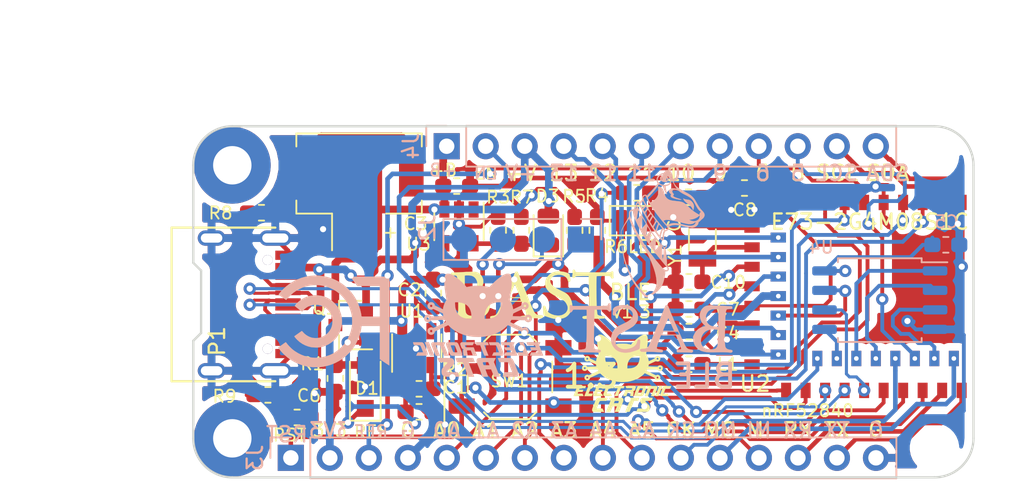
<source format=kicad_pcb>
(kicad_pcb (version 20171130) (host pcbnew "(5.1.5)-3")
  (title_block (title Bast-BLE) (date 2020-05-20) (rev v1.3) (company "Electronic Cats") (comment 1 "Eduardo Contreras"))
  (layers (0 F.Cu signal) (31 B.Cu signal) (34 B.Paste user) (35 F.Paste user) (36 B.SilkS user) (37 F.SilkS user) (38 B.Mask user) (39 F.Mask user) (44 Edge.Cuts user))
  (net 0 "")
  (net 1 +BATT)
  (net 2 GND)
  (net 3 VBUS)
  (net 4 /TX)
  (net 5 /RX)
  (net 6 /MISO)
  (net 7 /MOSI)
  (net 8 /SCK)
  (net 9 /A5)
  (net 10 /A4)
  (net 11 /A3)
  (net 12 /A2)
  (net 13 /A1)
  (net 14 /A0)
  (net 15 +3V3)
  (net 16 /SDA)
  (net 17 /SCL)
  (net 18 /EN)
  (net 19 "Net-(C1-Pad1)")
  (net 20 /AREF)
  (net 21 "Net-(D2-Pad2)")
  (net 22 "Net-(D3-Pad1)")
  (net 23 "Net-(R3-Pad1)")
  (net 24 /LED)
  (net 25 /VBAT)
  (net 26 "Net-(R7-Pad2)")
  (net 27 "Net-(P1-PadA5)")
  (net 28 "Net-(P1-PadB5)")
  (net 29 "Net-(U1-Pad4)")
  (net 30 /QSPI_DATA3)
  (net 31 /QSPI_SCK)
  (net 32 /QSPI_DATA0)
  (net 33 /QSPI_DATA2)
  (net 34 /QSPI_DATA1)
  (net 35 /QSPI_CS)
  (net 36 /D5)
  (net 37 /D+)
  (net 38 /D6)
  (net 39 /D10)
  (net 40 /SWCLK)
  (net 41 /SWDIO)
  (net 42 /D-)
  (net 43 /RST)
  (net 44 /D13)
  (net 45 "Net-(L1-Pad2)")
  (net 46 /D11)
  (net 47 /D9)
  (net 48 /D12)
  (net 49 "Net-(C9-Pad1)")
  (net 50 "Net-(C10-Pad1)")
  (module Aesthetics:bast_8x8 (layer F.Cu) (at 149.07 87.79)
    (fp_text reference G*** hide)
    (fp_text value LOGO hide)
  )
  (module Connector_PinSocket_2.54mm:PinSocket_1x04_P2.54mm_Vertical (layer B.Cu) (at 152.24 88.65 90)
    (fp_text reference J2 (at 0.766 -10 90) (layer B.SilkS) (effects (justify mirror)))
    (fp_text value SWD)
    (pad 4 smd oval (at 0 -7.62 90) (size 1.7 1.7) (layers B.Cu B.Paste B.Mask) (net 2 GND))
    (pad 3 smd oval (at 0 -5.08 90) (size 1.7 1.7) (layers B.Cu B.Paste B.Mask) (net 40 /SWCLK))
    (pad 2 smd oval (at 0 -2.54 90) (size 1.7 1.7) (layers B.Cu B.Paste B.Mask) (net 41 /SWDIO))
    (pad 1 smd rect (at 0 0 90) (size 1.7 1.7) (layers B.Cu B.Paste B.Mask) (net 15 +3V3))
  )
  (module Capacitor_SMD:C_0603_1608Metric_Pad1.05x0.95mm_HandSolder (layer F.Cu) (at 159.275 91.41 180)
    (fp_text reference C10 (at -2.555 -0.03) (layer F.SilkS) (effects (font (size 0.8 0.8) (thickness 0.12))))
    (fp_text value 22pF)
    (pad 2 smd roundrect (at 0.875 0 180) (size 1.05 0.95) (layers F.Cu F.Paste F.Mask) (net 2 GND))
    (pad 1 smd roundrect (at -0.875 0 180) (size 1.05 0.95) (layers F.Cu F.Paste F.Mask) (net 50 "Net-(C10-Pad1)"))
  )
  (module Symbol:FCC-Logo_7.3x6mm_SilkScreen (layer B.Cu) (at 136.144 93.98 180)
    (fp_text reference REF** hide)
    (fp_text value FCC-Logo_7.3x6mm_SilkScreen hide)
  )
  (module Capacitor_SMD:C_0603_1608Metric_Pad1.05x0.95mm_HandSolder (layer F.Cu) (at 162.89 85.3 180)
    (fp_text reference C8 (at -0.01 -1.425 180) (layer F.SilkS) (effects (font (size 0.8 0.8) (thickness 0.12))))
    (fp_text value 0.1uF)
    (pad 2 smd roundrect (at 0.875 0 180) (size 1.05 0.95) (layers F.Cu F.Paste F.Mask) (net 2 GND))
    (pad 1 smd roundrect (at -0.875 0 180) (size 1.05 0.95) (layers F.Cu F.Paste F.Mask) (net 20 /AREF))
  )
  (module Connector_PinHeader_2.54mm:PinHeader_1x12_P2.54mm_Vertical (layer B.Cu) (at 143.5 82.58 270)
    (fp_text reference J4 (at 0 2.33 270) (layer B.SilkS) (effects (justify mirror)))
    (fp_text value Conn_right)
    (pad 12 thru_hole oval (at 0 -27.94 270) (size 1.7 1.7) (drill 1) (layers *.Cu *.Mask) (net 16 /SDA))
    (pad 11 thru_hole oval (at 0 -25.4 270) (size 1.7 1.7) (drill 1) (layers *.Cu *.Mask) (net 17 /SCL))
    (pad 10 thru_hole oval (at 0 -22.86 270) (size 1.7 1.7) (drill 1) (layers *.Cu *.Mask) (net 36 /D5))
    (pad 9 thru_hole oval (at 0 -20.32 270) (size 1.7 1.7) (drill 1) (layers *.Cu *.Mask) (net 38 /D6))
    (pad 8 thru_hole oval (at 0 -17.78 270) (size 1.7 1.7) (drill 1) (layers *.Cu *.Mask) (net 47 /D9))
    (pad 7 thru_hole oval (at 0 -15.24 270) (size 1.7 1.7) (drill 1) (layers *.Cu *.Mask) (net 39 /D10))
    (pad 6 thru_hole oval (at 0 -12.7 270) (size 1.7 1.7) (drill 1) (layers *.Cu *.Mask) (net 46 /D11))
    (pad 5 thru_hole oval (at 0 -10.16 270) (size 1.7 1.7) (drill 1) (layers *.Cu *.Mask) (net 48 /D12))
    (pad 4 thru_hole oval (at 0 -7.62 270) (size 1.7 1.7) (drill 1) (layers *.Cu *.Mask) (net 44 /D13))
    (pad 3 thru_hole oval (at 0 -5.08 270) (size 1.7 1.7) (drill 1) (layers *.Cu *.Mask) (net 3 VBUS))
    (pad 2 thru_hole oval (at 0 -2.54 270) (size 1.7 1.7) (drill 1) (layers *.Cu *.Mask) (net 18 /EN))
    (pad 1 thru_hole rect (at 0 0 270) (size 1.7 1.7) (drill 1) (layers *.Cu *.Mask) (net 1 +BATT))
  )
  (module Package_TO_SOT_SMD:SOT-23-5 (layer F.Cu) (at 144.3 87.8 270)
    (fp_text reference U3 (at 1.16 2.64) (layer F.SilkS) (effects (font (size 0.8 0.8) (thickness 0.12))))
    (fp_text value MCP73831-2-OT)
    (pad 5 smd rect (at 1.1 -0.95 270) (size 1.06 0.65) (layers F.Cu F.Paste F.Mask) (net 23 "Net-(R3-Pad1)"))
    (pad 4 smd rect (at 1.1 0.95 270) (size 1.06 0.65) (layers F.Cu F.Paste F.Mask) (net 3 VBUS))
    (pad 3 smd rect (at -1.1 0.95 270) (size 1.06 0.65) (layers F.Cu F.Paste F.Mask) (net 1 +BATT))
    (pad 2 smd rect (at -1.1 0 270) (size 1.06 0.65) (layers F.Cu F.Paste F.Mask) (net 2 GND))
    (pad 1 smd rect (at -1.1 -0.95 270) (size 1.06 0.65) (layers F.Cu F.Paste F.Mask) (net 26 "Net-(R7-Pad2)"))
  )
  (module Resistor_SMD:R_0603_1608Metric_Pad1.05x0.95mm_HandSolder (layer F.Cu) (at 141.7 98.375)
    (fp_text reference R2 (at 2.375 -1.25) (layer F.SilkS) (effects (font (size 0.8 0.8) (thickness 0.12))))
    (fp_text value 100K)
    (pad 2 smd roundrect (at 0.875 0) (size 1.05 0.95) (layers F.Cu F.Paste F.Mask) (net 18 /EN))
    (pad 1 smd roundrect (at -0.875 0) (size 1.05 0.95) (layers F.Cu F.Paste F.Mask) (net 19 "Net-(C1-Pad1)"))
  )
  (module Button_Switch_SMD:SW_SPST_TL3342 (layer F.Cu) (at 147.625 97.6)
    (fp_text reference SW1 (at -0.055 0.26) (layer F.SilkS) (effects (font (size 0.8 0.8) (thickness 0.12))))
    (fp_text value RESET)
    (pad 2 smd rect (at 3.15 1.9) (size 1.7 1) (layers F.Cu F.Paste F.Mask) (net 43 /RST))
    (pad 2 smd rect (at -3.15 1.9) (size 1.7 1) (layers F.Cu F.Paste F.Mask) (net 43 /RST))
    (pad 1 smd rect (at 3.15 -1.9) (size 1.7 1) (layers F.Cu F.Paste F.Mask) (net 2 GND))
    (pad 1 smd rect (at -3.15 -1.9) (size 1.7 1) (layers F.Cu F.Paste F.Mask) (net 2 GND))
  )
  (module Connector_JST:JST_PH_B2B-PH-SM4-TB_1x02-1MP_P2.00mm_Vertical (layer F.Cu) (at 137.795 86.106)
    (fp_text reference J1 hide)
    (fp_text value Conn_Battery hide)
    (pad MP smd roundrect (at 3.4 -1.75) (size 1.6 3) (layers F.Cu F.Paste F.Mask) (roundrect_rratio 0.15625))
    (pad MP smd roundrect (at -3.4 -1.75) (size 1.6 3) (layers F.Cu F.Paste F.Mask) (roundrect_rratio 0.15625))
    (pad 2 smd roundrect (at 1 0.5) (size 1 5.5) (layers F.Cu F.Paste F.Mask) (net 1 +BATT))
    (pad 1 smd roundrect (at -1 0.5) (size 1 5.5) (layers F.Cu F.Paste F.Mask) (net 2 GND))
  )
  (module MountingHole:MountingHole_2.5mm_Pad (layer F.Cu) (at 129.54 83.82)
    (fp_text reference REF** hide)
    (fp_text value MountingHole_2.5mm_Pad hide)
    (pad 1 thru_hole circle (at 0 0) (size 5 5) (drill 2.5) (layers *.Cu *.Mask))
  )
  (module MountingHole:MountingHole_2.5mm_Pad (layer F.Cu) (at 129.54 101.6)
    (fp_text reference REF** hide)
    (fp_text value MountingHole_2.5mm_Pad hide)
    (pad 1 thru_hole circle (at 0 0) (size 5 5) (drill 2.5) (layers *.Cu *.Mask))
  )
  (module MountingHole:MountingHole_2.2mm_M2 (layer F.Cu) (at 175.26 102.235)
    (fp_text reference REF** hide)
    (fp_text value MountingHole_2.2mm_M2 hide)
    (pad 1 np_thru_hole circle (at 0 0) (size 2.2 2.2) (drill 2.2) (layers *.Cu *.Mask))
  )
  (module MountingHole:MountingHole_2.2mm_M2 (layer F.Cu) (at 175.26 83.185)
    (fp_text reference REF** hide)
    (fp_text value MountingHole_2.2mm_M2 hide)
    (pad 1 np_thru_hole circle (at 0 0) (size 2.2 2.2) (drill 2.2) (layers *.Cu *.Mask))
  )
  (module Connector_PinHeader_2.54mm:PinHeader_1x16_P2.54mm_Vertical (layer B.Cu) (at 133.35 102.87 270)
    (fp_text reference J3 (at 0 2.33 270) (layer B.SilkS) (effects (justify mirror)))
    (fp_text value Conn_left)
    (pad 16 thru_hole oval (at 0 -38.1 270) (size 1.7 1.7) (drill 1) (layers *.Cu *.Mask) (net 2 GND))
    (pad 15 thru_hole oval (at 0 -35.56 270) (size 1.7 1.7) (drill 1) (layers *.Cu *.Mask) (net 4 /TX))
    (pad 14 thru_hole oval (at 0 -33.02 270) (size 1.7 1.7) (drill 1) (layers *.Cu *.Mask) (net 5 /RX))
    (pad 13 thru_hole oval (at 0 -30.48 270) (size 1.7 1.7) (drill 1) (layers *.Cu *.Mask) (net 6 /MISO))
    (pad 12 thru_hole oval (at 0 -27.94 270) (size 1.7 1.7) (drill 1) (layers *.Cu *.Mask) (net 7 /MOSI))
    (pad 11 thru_hole oval (at 0 -25.4 270) (size 1.7 1.7) (drill 1) (layers *.Cu *.Mask) (net 8 /SCK))
    (pad 10 thru_hole oval (at 0 -22.86 270) (size 1.7 1.7) (drill 1) (layers *.Cu *.Mask) (net 9 /A5))
    (pad 9 thru_hole oval (at 0 -20.32 270) (size 1.7 1.7) (drill 1) (layers *.Cu *.Mask) (net 10 /A4))
    (pad 8 thru_hole oval (at 0 -17.78 270) (size 1.7 1.7) (drill 1) (layers *.Cu *.Mask) (net 11 /A3))
    (pad 7 thru_hole oval (at 0 -15.24 270) (size 1.7 1.7) (drill 1) (layers *.Cu *.Mask) (net 12 /A2))
    (pad 6 thru_hole oval (at 0 -12.7 270) (size 1.7 1.7) (drill 1) (layers *.Cu *.Mask) (net 13 /A1))
    (pad 5 thru_hole oval (at 0 -10.16 270) (size 1.7 1.7) (drill 1) (layers *.Cu *.Mask) (net 14 /A0))
    (pad 4 thru_hole oval (at 0 -7.62 270) (size 1.7 1.7) (drill 1) (layers *.Cu *.Mask) (net 2 GND))
    (pad 3 thru_hole oval (at 0 -5.08 270) (size 1.7 1.7) (drill 1) (layers *.Cu *.Mask) (net 20 /AREF))
    (pad 2 thru_hole oval (at 0 -2.54 270) (size 1.7 1.7) (drill 1) (layers *.Cu *.Mask) (net 15 +3V3))
    (pad 1 thru_hole rect (at 0 0 270) (size 1.7 1.7) (drill 1) (layers *.Cu *.Mask) (net 43 /RST))
  )
  (module Capacitor_SMD:C_0603_1608Metric_Pad1.05x0.95mm_HandSolder (layer F.Cu) (at 141.7 99.875)
    (fp_text reference C1 (at 2.375 -1.6) (layer F.SilkS) (effects (font (size 0.8 0.8) (thickness 0.12))))
    (fp_text value 10uF)
    (pad 2 smd roundrect (at 0.875 0) (size 1.05 0.95) (layers F.Cu F.Paste F.Mask) (net 2 GND))
    (pad 1 smd roundrect (at -0.875 0) (size 1.05 0.95) (layers F.Cu F.Paste F.Mask) (net 19 "Net-(C1-Pad1)"))
  )
  (module Capacitor_SMD:C_0603_1608Metric_Pad1.05x0.95mm_HandSolder (layer F.Cu) (at 142.63 92.145 270)
    (fp_text reference C2 (at -0.215 1.55 180) (layer F.SilkS) (effects (font (size 0.8 0.8) (thickness 0.12))))
    (fp_text value 10uF)
    (pad 2 smd roundrect (at 0.875 0 270) (size 1.05 0.95) (layers F.Cu F.Paste F.Mask) (net 2 GND))
    (pad 1 smd roundrect (at -0.875 0 270) (size 1.05 0.95) (layers F.Cu F.Paste F.Mask) (net 15 +3V3))
  )
  (module Capacitor_SMD:C_0603_1608Metric_Pad1.05x0.95mm_HandSolder (layer F.Cu) (at 144.15 85.175 180)
    (fp_text reference C3 (at 2.675 -2.45) (layer F.SilkS) (effects (font (size 0.8 0.8) (thickness 0.12))))
    (fp_text value 10uF)
    (pad 2 smd roundrect (at 0.875 0 180) (size 1.05 0.95) (layers F.Cu F.Paste F.Mask) (net 1 +BATT))
    (pad 1 smd roundrect (at -0.875 0 180) (size 1.05 0.95) (layers F.Cu F.Paste F.Mask) (net 2 GND))
  )
  (module Capacitor_SMD:C_0603_1608Metric_Pad1.05x0.95mm_HandSolder (layer F.Cu) (at 159.275 94.65 180)
    (fp_text reference C4 (at -2.523 -0.092) (layer F.SilkS) (effects (font (size 0.8 0.8) (thickness 0.12))))
    (fp_text value 0.1uF)
    (pad 2 smd roundrect (at 0.875 0 180) (size 1.05 0.95) (layers F.Cu F.Paste F.Mask) (net 2 GND))
    (pad 1 smd roundrect (at -0.875 0 180) (size 1.05 0.95) (layers F.Cu F.Paste F.Mask) (net 15 +3V3))
  )
  (module Capacitor_SMD:C_0603_1608Metric_Pad1.05x0.95mm_HandSolder (layer B.Cu) (at 176 89)
    (fp_text reference C5 (at 0.045 -1.5 -180) (layer B.SilkS) (effects (font (size 0.8 0.8) (thickness 0.12)) (justify mirror)))
    (fp_text value 0.1uF)
    (pad 2 smd roundrect (at 0.875 0) (size 1.05 0.95) (layers B.Cu B.Paste B.Mask) (net 2 GND))
    (pad 1 smd roundrect (at -0.875 0) (size 1.05 0.95) (layers B.Cu B.Paste B.Mask) (net 15 +3V3))
  )
  (module Capacitor_SMD:C_0603_1608Metric_Pad1.05x0.95mm_HandSolder (layer F.Cu) (at 133.76 100.24 180)
    (fp_text reference C6 (at -0.77 1.425 180) (layer F.SilkS) (effects (font (size 0.8 0.8) (thickness 0.12))))
    (fp_text value 0.1uF)
    (pad 2 smd roundrect (at 0.875 0 180) (size 1.05 0.95) (layers F.Cu F.Paste F.Mask) (net 2 GND))
    (pad 1 smd roundrect (at -0.875 0 180) (size 1.05 0.95) (layers F.Cu F.Paste F.Mask) (net 3 VBUS))
  )
  (module Capacitor_SMD:C_0603_1608Metric_Pad1.05x0.95mm_HandSolder (layer F.Cu) (at 159.275 93.175 180)
    (fp_text reference C7 (at -2.523 -0.03) (layer F.SilkS) (effects (font (size 0.8 0.8) (thickness 0.12))))
    (fp_text value 0.1uF)
    (pad 2 smd roundrect (at 0.875 0 180) (size 1.05 0.95) (layers F.Cu F.Paste F.Mask) (net 2 GND))
    (pad 1 smd roundrect (at -0.875 0 180) (size 1.05 0.95) (layers F.Cu F.Paste F.Mask) (net 15 +3V3))
  )
  (module Capacitor_SMD:C_0603_1608Metric_Pad1.05x0.95mm_HandSolder (layer F.Cu) (at 159.25 85.9 180)
    (fp_text reference C9 (at 0.925 -1.475 90) (layer F.SilkS) (effects (font (size 0.8 0.8) (thickness 0.12))))
    (fp_text value 22pF)
    (pad 2 smd roundrect (at 0.875 0 180) (size 1.05 0.95) (layers F.Cu F.Paste F.Mask) (net 2 GND))
    (pad 1 smd roundrect (at -0.875 0 180) (size 1.05 0.95) (layers F.Cu F.Paste F.Mask) (net 49 "Net-(C9-Pad1)"))
  )
  (module Diode_SMD:D_SOD-123F (layer F.Cu) (at 138.2 98.25 90)
    (fp_text reference D1 (at -0.093 0.109 180) (layer F.SilkS) (effects (font (size 0.8 0.8) (thickness 0.12))))
    (fp_text value MBR120)
    (pad 2 smd rect (at 1.4 0 90) (size 1.1 1.1) (layers F.Cu F.Paste F.Mask) (net 3 VBUS))
    (pad 1 smd rect (at -1.4 0 90) (size 1.1 1.1) (layers F.Cu F.Paste F.Mask) (net 19 "Net-(C1-Pad1)"))
  )
  (module LED_SMD:LED_0805_2012Metric (layer F.Cu) (at 155.8 87.43)
    (fp_text reference D2)
    (fp_text value LED (at 0.59 1.69) (layer F.SilkS) (effects (font (size 0.8 0.8) (thickness 0.12))))
    (pad 2 smd roundrect (at 0.9375 0) (size 0.975 1.4) (layers F.Cu F.Paste F.Mask) (net 21 "Net-(D2-Pad2)"))
    (pad 1 smd roundrect (at -0.9375 0) (size 0.975 1.4) (layers F.Cu F.Paste F.Mask) (net 2 GND))
  )
  (module LED_SMD:LED_0805_2012Metric (layer F.Cu) (at 150.12 88.07 90)
    (fp_text reference D3 (at 2.245 -0.045 180) (layer F.SilkS) (effects (font (size 0.8 0.8) (thickness 0.12))))
    (fp_text value LED)
    (pad 2 smd roundrect (at 0.9375 0 90) (size 0.975 1.4) (layers F.Cu F.Paste F.Mask) (net 3 VBUS))
    (pad 1 smd roundrect (at -0.9375 0 90) (size 0.975 1.4) (layers F.Cu F.Paste F.Mask) (net 22 "Net-(D3-Pad1)"))
  )
  (module Inductor_SMD:L_0603_1608Metric_Pad1.05x0.95mm_HandSolder (layer F.Cu) (at 159.275 96.775)
    (fp_text reference L1 (at 2.523 -0.001) (layer F.SilkS) (effects (font (size 0.8 0.8) (thickness 0.12))))
    (fp_text value 10uH)
    (pad 2 smd roundrect (at 0.875 0) (size 1.05 0.95) (layers F.Cu F.Paste F.Mask) (net 45 "Net-(L1-Pad2)"))
    (pad 1 smd roundrect (at -0.875 0) (size 1.05 0.95) (layers F.Cu F.Paste F.Mask) (net 15 +3V3))
  )
  (module Package_TO_SOT_SMD:SOT-23 (layer F.Cu) (at 137.25 94.225 180)
    (fp_text reference Q1 (at 1.675 1.1) (layer F.SilkS) (effects (font (size 0.8 0.8) (thickness 0.12))))
    (fp_text value DMG3415U-7)
    (pad 3 smd rect (at 1 0 180) (size 0.9 0.8) (layers F.Cu F.Paste F.Mask) (net 1 +BATT))
    (pad 2 smd rect (at -1 0.95 180) (size 0.9 0.8) (layers F.Cu F.Paste F.Mask) (net 3 VBUS))
    (pad 1 smd rect (at -1 -0.95 180) (size 0.9 0.8) (layers F.Cu F.Paste F.Mask) (net 19 "Net-(C1-Pad1)"))
  )
  (module Resistor_SMD:R_0603_1608Metric_Pad1.05x0.95mm_HandSolder (layer F.Cu) (at 136.25 97.7 270)
    (fp_text reference R1 (at -0.95 1.5) (layer F.SilkS) (effects (font (size 0.8 0.8) (thickness 0.12))))
    (fp_text value 100K)
    (pad 2 smd roundrect (at 0.875 0 270) (size 1.05 0.95) (layers F.Cu F.Paste F.Mask) (net 2 GND))
    (pad 1 smd roundrect (at -0.875 0 270) (size 1.05 0.95) (layers F.Cu F.Paste F.Mask) (net 3 VBUS))
  )
  (module Resistor_SMD:R_0603_1608Metric_Pad1.05x0.95mm_HandSolder (layer F.Cu) (at 146.85 88.05 90)
    (fp_text reference R3 (at 2.15 0 180) (layer F.SilkS) (effects (font (size 0.8 0.8) (thickness 0.12))))
    (fp_text value 4K7)
    (pad 2 smd roundrect (at 0.875 0 90) (size 1.05 0.95) (layers F.Cu F.Paste F.Mask) (net 2 GND))
    (pad 1 smd roundrect (at -0.875 0 90) (size 1.05 0.95) (layers F.Cu F.Paste F.Mask) (net 23 "Net-(R3-Pad1)"))
  )
  (module Resistor_SMD:R_0603_1608Metric_Pad1.05x0.95mm_HandSolder (layer F.Cu) (at 155.874 85.614)
    (fp_text reference R4 (at -2.599 0.186) (layer F.SilkS) (effects (font (size 0.8 0.8) (thickness 0.12))))
    (fp_text value 1K)
    (pad 2 smd roundrect (at 0.875 0) (size 1.05 0.95) (layers F.Cu F.Paste F.Mask) (net 21 "Net-(D2-Pad2)"))
    (pad 1 smd roundrect (at -0.875 0) (size 1.05 0.95) (layers F.Cu F.Paste F.Mask) (net 24 /LED))
  )
  (module Resistor_SMD:R_0603_1608Metric_Pad1.05x0.95mm_HandSolder (layer F.Cu) (at 151.83 88.06 270)
    (fp_text reference R5 (at -2.21 0.03 180) (layer F.SilkS) (effects (font (size 0.8 0.8) (thickness 0.12))))
    (fp_text value 100K)
    (pad 2 smd roundrect (at 0.875 0 270) (size 1.05 0.95) (layers F.Cu F.Paste F.Mask) (net 25 /VBAT))
    (pad 1 smd roundrect (at -0.875 0 270) (size 1.05 0.95) (layers F.Cu F.Paste F.Mask) (net 1 +BATT))
  )
  (module Resistor_SMD:R_0603_1608Metric_Pad1.05x0.95mm_HandSolder (layer F.Cu) (at 153.305 88.06 90)
    (fp_text reference R6 (at -1.06 1.225 180) (layer F.SilkS) (effects (font (size 0.8 0.8) (thickness 0.12))))
    (fp_text value 100K)
    (pad 2 smd roundrect (at 0.875 0 90) (size 1.05 0.95) (layers F.Cu F.Paste F.Mask) (net 2 GND))
    (pad 1 smd roundrect (at -0.875 0 90) (size 1.05 0.95) (layers F.Cu F.Paste F.Mask) (net 25 /VBAT))
  )
  (module Resistor_SMD:R_0603_1608Metric_Pad1.05x0.95mm_HandSolder (layer F.Cu) (at 148.36 88.055 90)
    (fp_text reference R7 (at 2.155 0.04) (layer F.SilkS) (effects (font (size 0.8 0.8) (thickness 0.12))))
    (fp_text value 1K)
    (pad 2 smd roundrect (at 0.875 0 90) (size 1.05 0.95) (layers F.Cu F.Paste F.Mask) (net 26 "Net-(R7-Pad2)"))
    (pad 1 smd roundrect (at -0.875 0 90) (size 1.05 0.95) (layers F.Cu F.Paste F.Mask) (net 22 "Net-(D3-Pad1)"))
  )
  (module Resistor_SMD:R_0603_1608Metric_Pad1.05x0.95mm_HandSolder (layer F.Cu) (at 131.44 86.91 180)
    (fp_text reference R8 (at 2.662 -0.02) (layer F.SilkS) (effects (font (size 0.8 0.8) (thickness 0.12))))
    (fp_text value 5K1)
    (pad 2 smd roundrect (at 0.875 0 180) (size 1.05 0.95) (layers F.Cu F.Paste F.Mask) (net 27 "Net-(P1-PadA5)"))
    (pad 1 smd roundrect (at -0.875 0 180) (size 1.05 0.95) (layers F.Cu F.Paste F.Mask) (net 2 GND))
  )
  (module Resistor_SMD:R_0603_1608Metric_Pad1.05x0.95mm_HandSolder (layer F.Cu) (at 131.86 98.77 180)
    (fp_text reference R9 (at 2.825 -0.095) (layer F.SilkS) (effects (font (size 0.8 0.8) (thickness 0.12))))
    (fp_text value 5K1)
    (pad 2 smd roundrect (at 0.875 0 180) (size 1.05 0.95) (layers F.Cu F.Paste F.Mask) (net 28 "Net-(P1-PadB5)"))
    (pad 1 smd roundrect (at -0.875 0 180) (size 1.05 0.95) (layers F.Cu F.Paste F.Mask) (net 2 GND))
  )
  (module Package_TO_SOT_SMD:SOT-23-5 (layer F.Cu) (at 141.555 95.725 90)
    (fp_text reference U1 (at 2.405 -0.325 180) (layer F.SilkS) (effects (font (size 0.8 0.8) (thickness 0.12))))
    (fp_text value AP2112K-3.3)
    (pad 5 smd rect (at 1.1 -0.95 90) (size 1.06 0.65) (layers F.Cu F.Paste F.Mask) (net 15 +3V3))
    (pad 4 smd rect (at 1.1 0.95 90) (size 1.06 0.65) (layers F.Cu F.Paste F.Mask) (net 29 "Net-(U1-Pad4)"))
    (pad 3 smd rect (at -1.1 0.95 90) (size 1.06 0.65) (layers F.Cu F.Paste F.Mask) (net 18 /EN))
    (pad 2 smd rect (at -1.1 0 90) (size 1.06 0.65) (layers F.Cu F.Paste F.Mask) (net 2 GND))
    (pad 1 smd rect (at -1.1 -0.95 90) (size 1.06 0.65) (layers F.Cu F.Paste F.Mask) (net 19 "Net-(C1-Pad1)"))
  )
  (module Package_SO:SOIC-8_5.23x5.23mm_P1.27mm (layer B.Cu) (at 171.7 92.6 180)
    (fp_text reference U4 (at 3.806 3.446) (layer B.SilkS) (effects (font (size 0.8 0.8) (thickness 0.12)) (justify mirror)))
    (fp_text value W25Q32JVSS)
    (pad 8 smd roundrect (at 3.6 1.905 180) (size 1.6 0.6) (layers B.Cu B.Paste B.Mask) (net 15 +3V3))
    (pad 7 smd roundrect (at 3.6 0.635 180) (size 1.6 0.6) (layers B.Cu B.Paste B.Mask) (net 30 /QSPI_DATA3))
    (pad 6 smd roundrect (at 3.6 -0.635 180) (size 1.6 0.6) (layers B.Cu B.Paste B.Mask) (net 31 /QSPI_SCK))
    (pad 5 smd roundrect (at 3.6 -1.905 180) (size 1.6 0.6) (layers B.Cu B.Paste B.Mask) (net 32 /QSPI_DATA0))
    (pad 4 smd roundrect (at -3.6 -1.905 180) (size 1.6 0.6) (layers B.Cu B.Paste B.Mask) (net 2 GND))
    (pad 3 smd roundrect (at -3.6 -0.635 180) (size 1.6 0.6) (layers B.Cu B.Paste B.Mask) (net 33 /QSPI_DATA2))
    (pad 2 smd roundrect (at -3.6 0.635 180) (size 1.6 0.6) (layers B.Cu B.Paste B.Mask) (net 34 /QSPI_DATA1))
    (pad 1 smd roundrect (at -3.6 1.905 180) (size 1.6 0.6) (layers B.Cu B.Paste B.Mask) (net 35 /QSPI_CS))
  )
  (module Crystal:Crystal_SMD_3215-2Pin_3.2x1.5mm (layer F.Cu) (at 160.15 88.67 90)
    (fp_text reference Y1 (at -0.992 -1.78 270) (layer F.SilkS) (effects (font (size 0.8 0.8) (thickness 0.12))))
    (fp_text value 32Khz)
    (pad 2 smd rect (at -1.25 0 90) (size 1 1.8) (layers F.Cu F.Paste F.Mask) (net 50 "Net-(C10-Pad1)"))
    (pad 1 smd rect (at 1.25 0 90) (size 1 1.8) (layers F.Cu F.Paste F.Mask) (net 49 "Net-(C9-Pad1)"))
  )
  (module Aesthetics:electronic_cats_logo_4x3 (layer F.Cu) (at 154.94 97.36)
    (fp_text reference G*** hide)
    (fp_text value LOGO hide)
  )
  (module Connectors_ElectronicCats:C393939 (layer F.Cu) (at 132.34 92.88 270)
    (fp_text reference P1 (at 2.395 3.79 90) (layer F.SilkS))
    (fp_text value USB_C_Plug_USB2.0)
    (pad B5 smd rect (at 1.75 -0.825 270) (size 0.3 1.65) (layers F.Cu F.Paste F.Mask) (net 28 "Net-(P1-PadB5)"))
    (pad B8 smd rect (at 1.25 -0.825 270) (size 0.3 1.65) (layers F.Cu F.Paste F.Mask))
    (pad A6 smd rect (at 0.75 -0.825 270) (size 0.3 1.65) (layers F.Cu F.Paste F.Mask) (net 37 /D+))
    (pad A7 smd rect (at 0.25 -0.825 270) (size 0.3 1.65) (layers F.Cu F.Paste F.Mask) (net 42 /D-))
    (pad A6 smd rect (at -0.25 -0.825 270) (size 0.3 1.65) (layers F.Cu F.Paste F.Mask) (net 37 /D+))
    (pad A7 smd rect (at -0.75 -0.825 270) (size 0.3 1.65) (layers F.Cu F.Paste F.Mask) (net 42 /D-))
    (pad A5 smd rect (at -1.25 -0.825 270) (size 0.3 1.65) (layers F.Cu F.Paste F.Mask) (net 27 "Net-(P1-PadA5)"))
    (pad A8 smd rect (at -1.75 -0.825 270) (size 0.3 1.65) (layers F.Cu F.Paste F.Mask))
    (pad A4 smd rect (at 2.4 -0.825 270) (size 0.6 1.65) (layers F.Cu F.Paste F.Mask) (net 3 VBUS))
    (pad A4 smd rect (at -2.4 -0.825 270) (size 0.6 1.65) (layers F.Cu F.Paste F.Mask) (net 3 VBUS))
    (pad A1 smd rect (at 3.2 -0.825 270) (size 0.6 1.65) (layers F.Cu F.Paste F.Mask) (net 2 GND))
    (pad A1 smd rect (at -3.2 -0.825 270) (size 0.6 1.65) (layers F.Cu F.Paste F.Mask) (net 2 GND))
    (pad "" thru_hole circle (at 2.89 0.5 270) (size 0.65 0.65) (drill 0.65) (layers *.Cu *.Mask))
    (pad "" thru_hole circle (at -2.89 0.5 270) (size 0.65 0.65) (drill 0.65) (layers *.Cu *.Mask))
    (pad S1 thru_hole oval (at 4.32 4.15 270) (size 1 1.8) (drill oval 0.6 1.4) (layers *.Cu *.Mask) (net 2 GND))
    (pad S1 thru_hole oval (at -4.32 4.15 270) (size 1 1.8) (drill oval 0.6 1.4) (layers *.Cu *.Mask) (net 2 GND))
    (pad S1 thru_hole oval (at 4.32 0 270) (size 1 2.1) (drill oval 0.6 1.7) (layers *.Cu *.Mask) (net 2 GND))
    (pad S1 thru_hole oval (at -4.32 0 270) (size 1 2.1) (drill oval 0.6 1.7) (layers *.Cu *.Mask) (net 2 GND))
  )
  (module Aesthetics:bast_8x8 (layer B.Cu) (at 156.8 89.98 180)
    (fp_text reference G*** hide)
    (fp_text value LOGO hide)
  )
  (module Aesthetics:electronic_cats_logo_8x6 (layer B.Cu) (at 145.542 94.234 180)
    (fp_text reference G*** hide)
    (fp_text value LOGO hide)
  )
  (module Rf:E73-2G4M08S1C-52840 (layer F.Cu) (at 163 92.36)
    (fp_text reference U2 (at 0.576 5.684) (layer F.SilkS))
    (fp_text value E73-2G4M08S1C)
    (fp_text user E73-2G4M08S1C (at 8.05 -4.86 180) (layer F.SilkS))
    (pad 28 thru_hole rect (at 4.632 4.041) (size 0.65 1) (drill 0.3) (layers *.Cu *.Mask) (net 6 /MISO))
    (pad 10 smd rect (at 2.6 -6.119) (size 0.65 1) (layers F.Cu F.Paste F.Mask) (net 10 /A4))
    (pad 9 smd rect (at 3.87 -6.119) (size 0.65 1) (layers F.Cu F.Paste F.Mask) (net 20 /AREF))
    (pad 8 smd rect (at 5.14 -6.119) (size 0.65 1) (layers F.Cu F.Paste F.Mask) (net 9 /A5))
    (pad 7 smd rect (at 6.41 -6.119) (size 0.65 1) (layers F.Cu F.Paste F.Mask) (net 14 /A0))
    (pad 6 smd rect (at 7.68 -6.119) (size 0.65 1) (layers F.Cu F.Paste F.Mask) (net 38 /D6))
    (pad 5 smd rect (at 8.95 -6.119) (size 0.65 1) (layers F.Cu F.Paste F.Mask) (net 2 GND))
    (pad 4 smd rect (at 10.22 -6.119) (size 0.65 1) (layers F.Cu F.Paste F.Mask) (net 13 /A1))
    (pad 3 smd rect (at 11.49 -6.119) (size 0.65 1) (layers F.Cu F.Paste F.Mask) (net 11 /A3))
    (pad 2 smd rect (at 12.76 -6.119) (size 0.65 1) (layers F.Cu F.Paste F.Mask) (net 17 /SCL))
    (pad 1 smd rect (at 14.03 -6.119) (size 0.65 1) (layers F.Cu F.Paste F.Mask) (net 16 /SDA))
    (pad 31 smd rect (at 6.41 6.119) (size 0.65 1) (layers F.Cu F.Paste F.Mask) (net 37 /D+))
    (pad 43 smd rect (at 14.03 6.119) (size 0.65 1) (layers F.Cu F.Paste F.Mask) (net 4 /TX))
    (pad 33 smd rect (at 7.68 6.119) (size 0.65 1) (layers F.Cu F.Paste F.Mask) (net 31 /QSPI_SCK))
    (pad 41 smd rect (at 12.76 6.119) (size 0.65 1) (layers F.Cu F.Paste F.Mask) (net 5 /RX))
    (pad 39 smd rect (at 11.49 6.119) (size 0.65 1) (layers F.Cu F.Paste F.Mask) (net 40 /SWCLK))
    (pad 37 smd rect (at 10.22 6.119) (size 0.65 1) (layers F.Cu F.Paste F.Mask) (net 41 /SWDIO))
    (pad 29 smd rect (at 5.14 6.119) (size 0.65 1) (layers F.Cu F.Paste F.Mask) (net 42 /D-))
    (pad 35 smd rect (at 8.95 6.119) (size 0.65 1) (layers F.Cu F.Paste F.Mask) (net 24 /LED))
    (pad 27 smd rect (at 3.87 6.119) (size 0.65 1) (layers F.Cu F.Paste F.Mask) (net 3 VBUS))
    (pad 26 smd rect (at 2.6 6.119) (size 0.65 1) (layers F.Cu F.Paste F.Mask) (net 43 /RST))
    (pad 23 smd rect (at 0.381 3.15 90) (size 0.65 1) (layers F.Cu F.Paste F.Mask) (net 15 +3V3))
    (pad 11 smd rect (at 0.381 -4.47 90) (size 0.65 1) (layers F.Cu F.Paste F.Mask) (net 49 "Net-(C9-Pad1)"))
    (pad 21 smd rect (at 0.381 1.88 90) (size 0.65 1) (layers F.Cu F.Paste F.Mask) (net 2 GND))
    (pad 13 smd rect (at 0.381 -3.2 90) (size 0.65 1) (layers F.Cu F.Paste F.Mask) (net 50 "Net-(C10-Pad1)"))
    (pad 15 smd rect (at 0.381 -1.93 90) (size 0.65 1) (layers F.Cu F.Paste F.Mask) (net 12 /A2))
    (pad 17 smd rect (at 0.381 -0.66 90) (size 0.65 1) (layers F.Cu F.Paste F.Mask) (net 39 /D10))
    (pad 25 smd rect (at 0.381 4.42 90) (size 0.65 1) (layers F.Cu F.Paste F.Mask) (net 45 "Net-(L1-Pad2)"))
    (pad 19 smd rect (at 0.381 0.61 90) (size 0.65 1) (layers F.Cu F.Paste F.Mask) (net 15 +3V3))
    (pad 30 thru_hole rect (at 5.902 4.041) (size 0.65 1) (drill 0.3) (layers *.Cu *.Mask) (net 32 /QSPI_DATA0) (clearance 0.1))
    (pad 32 thru_hole rect (at 7.172 4.041) (size 0.65 1) (drill 0.3) (layers *.Cu *.Mask) (net 35 /QSPI_CS) (clearance 0.1))
    (pad 34 thru_hole rect (at 8.442 4.041) (size 0.65 1) (drill 0.3) (layers *.Cu *.Mask) (net 34 /QSPI_DATA1))
    (pad 36 thru_hole rect (at 9.712 4.041) (size 0.65 1) (drill 0.3) (layers *.Cu *.Mask) (net 8 /SCK))
    (pad 38 thru_hole rect (at 10.982 4.041) (size 0.65 1) (drill 0.3) (layers *.Cu *.Mask) (net 36 /D5))
    (pad 40 thru_hole rect (at 12.252 4.041) (size 0.65 1) (drill 0.3) (layers *.Cu *.Mask) (net 33 /QSPI_DATA2))
    (pad 42 thru_hole rect (at 13.522 4.041) (size 0.65 1) (drill 0.3) (layers *.Cu *.Mask) (net 7 /MOSI))
    (pad 14 thru_hole rect (at 2.092 -2.563 90) (size 0.65 1) (drill 0.3) (layers *.Cu *.Mask) (net 47 /D9))
    (pad 12 thru_hole rect (at 2.092 -3.833 90) (size 0.65 1) (drill 0.3) (layers *.Cu *.Mask) (net 48 /D12))
    (pad 20 thru_hole rect (at 2.092 1.247 90) (size 0.65 1) (drill 0.3) (layers *.Cu *.Mask) (net 30 /QSPI_DATA3) (clearance 0.1))
    (pad 16 thru_hole rect (at 2.092 -1.293 90) (size 0.65 1) (drill 0.3) (layers *.Cu *.Mask) (net 46 /D11))
    (pad 22 thru_hole rect (at 2.092 2.517 90) (size 0.65 1) (drill 0.3) (layers *.Cu *.Mask) (net 44 /D13))
    (pad 24 thru_hole rect (at 2.092 3.787 90) (size 0.65 1) (drill 0.3) (layers *.Cu *.Mask) (net 2 GND))
    (pad 18 thru_hole rect (at 2.092 -0.023 90) (size 0.65 1) (drill 0.3) (layers *.Cu *.Mask) (net 25 /VBAT) (clearance 0.1))
  )
  (gr_text G (at 171.45 101.1) (layer B.SilkS) (effects (font (size 1 1)) (justify mirror)))
  (gr_text G (at 171.44 101.05) (layer F.SilkS) (effects (font (size 1 1))))
  (gr_text nRF52840 (at 167 99.8) (layer F.SilkS) (effects (font (size 0.8 0.8) (thickness 0.12))))
  (gr_text +B (at 143.256 84.14) (layer B.SilkS) (effects (font (size 0.8 0.8) (thickness 0.12)) (justify mirror)))
  (gr_text EN (at 146.05 84.328) (layer B.SilkS) (effects (font (size 0.8 0.8) (thickness 0.12)) (justify mirror)))
  (gr_text +V (at 148.336 84.328) (layer B.SilkS) (effects (font (size 1 1)) (justify mirror)))
  (gr_text 12 (at 153.67 84.328) (layer B.SilkS) (effects (font (size 1 1)) (justify mirror)))
  (gr_text 13 (at 151.13 84.328) (layer B.SilkS) (effects (font (size 1 1)) (justify mirror)))
  (gr_text 11 (at 156.21 84.328) (layer B.SilkS) (effects (font (size 1 1)) (justify mirror)))
  (gr_text 11 (at 156.21 84.328) (layer B.SilkS) (effects (font (size 1 1)) (justify mirror)))
  (gr_text 10 (at 158.75 84.328) (layer B.SilkS) (effects (font (size 1 1)) (justify mirror)))
  (gr_text 9 (at 161.29 84.328) (layer B.SilkS) (effects (font (size 1 1)) (justify mirror)))
  (gr_text 6 (at 164.084 84.328) (layer B.SilkS) (effects (font (size 1 1)) (justify mirror)))
  (gr_text 5 (at 166.37 84.328) (layer B.SilkS) (effects (font (size 1 1)) (justify mirror)))
  (gr_text SCL (at 168.91 84.328) (layer B.SilkS) (effects (font (size 1 1)) (justify mirror)))
  (gr_text SDA (at 172.212 84.328) (layer B.SilkS) (effects (font (size 1 1)) (justify mirror)))
  (gr_text TX (at 168.91 101.092) (layer B.SilkS) (effects (font (size 1 1)) (justify mirror)))
  (gr_text RX (at 166.37 101.092) (layer B.SilkS) (effects (font (size 1 1)) (justify mirror)))
  (gr_text MI (at 163.83 101.092) (layer B.SilkS) (effects (font (size 1 1)) (justify mirror)))
  (gr_text MO (at 161.29 101.092) (layer B.SilkS) (effects (font (size 1 1)) (justify mirror)))
  (gr_text CK (at 158.75 101.092) (layer B.SilkS) (effects (font (size 1 1)) (justify mirror)))
  (gr_text A5 (at 156.21 101.092) (layer B.SilkS) (effects (font (size 1 1)) (justify mirror)))
  (gr_text A4 (at 153.67 101.092) (layer B.SilkS) (effects (font (size 1 1)) (justify mirror)))
  (gr_text A3 (at 151.13 101.092) (layer B.SilkS) (effects (font (size 1 1)) (justify mirror)))
  (gr_text A1 (at 146.05 101.092) (layer B.SilkS) (effects (font (size 1 1)) (justify mirror)))
  (gr_text A2 (at 148.59 101.092) (layer B.SilkS) (effects (font (size 1 1)) (justify mirror)))
  (gr_text A0 (at 143.51 101.092) (layer B.SilkS) (effects (font (size 1 1)) (justify mirror)))
  (gr_text G (at 140.97 101.092) (layer B.SilkS) (effects (font (size 1 1)) (justify mirror)))
  (gr_text REF (at 138.575 101.175) (layer B.SilkS) (effects (font (size 0.8 0.8) (thickness 0.12)) (justify mirror)))
  (gr_text 3V3 (at 135.89 101.092) (layer B.SilkS) (effects (font (size 1 1)) (justify mirror)))
  (gr_text RST (at 133.096 101.346) (layer B.SilkS) (effects (font (size 1 1)) (justify mirror)))
  (gr_text v1.3 (at 155.53 93.37) (layer F.SilkS) (effects (font (size 0.8 0.8) (thickness 0.12))))
  (gr_text BLE (at 155.46 92.08) (layer F.SilkS) (effects (font (size 1 1))))
  (gr_text + (at 139.83 88.16) (layer F.SilkS) (effects (font (size 0.8 0.8) (thickness 0.12))))
  (gr_text 1.3 (at 152.88 97.56) (layer F.SilkS) (effects (font (size 1.5 1.5) (thickness 0.25))))
  (gr_line (start 143.35 100.6) (end 143.35 96.65) (layer F.SilkS) (width 0.12))
  (gr_text RST (at 133.27 101.39) (layer F.SilkS) (effects (font (size 0.8 0.8) (thickness 0.12))))
  (gr_text 3V3 (at 135.89 101.092) (layer F.SilkS) (effects (font (size 0.8 0.8) (thickness 0.12))))
  (gr_text REF (at 138.575 101.175) (layer F.SilkS) (effects (font (size 0.8 0.8) (thickness 0.12))))
  (gr_text G (at 140.97 101.092) (layer F.SilkS) (effects (font (size 1 1))))
  (gr_text A0 (at 143.51 101.092) (layer F.SilkS) (effects (font (size 1 1))))
  (gr_text A1 (at 146.05 101.092) (layer F.SilkS) (effects (font (size 1 1))))
  (gr_text A2 (at 148.59 101.092) (layer F.SilkS) (effects (font (size 1 1))))
  (gr_text A3 (at 151.13 101.092) (layer F.SilkS) (effects (font (size 1 1))))
  (gr_text A4 (at 153.67 101.092) (layer F.SilkS) (effects (font (size 1 1))))
  (gr_text A5 (at 156.21 101.092) (layer F.SilkS) (effects (font (size 1 1))))
  (gr_text CK (at 158.75 101.092) (layer F.SilkS) (effects (font (size 1 1))))
  (gr_text MO (at 161.29 101.092) (layer F.SilkS) (effects (font (size 1 1))))
  (gr_text MI (at 163.83 101.092) (layer F.SilkS) (effects (font (size 1 1))))
  (gr_text RX (at 166.37 101.092) (layer F.SilkS) (effects (font (size 1 1))))
  (gr_text TX (at 168.91 101.092) (layer F.SilkS) (effects (font (size 1 1))))
  (gr_text SDA (at 172.212 84.328) (layer F.SilkS) (effects (font (size 1 1))))
  (gr_text SCL (at 168.91 84.328) (layer F.SilkS) (effects (font (size 1 1))))
  (gr_text 5 (at 166.37 84.328) (layer F.SilkS) (effects (font (size 1 1))))
  (gr_text 6 (at 164.084 84.328) (layer F.SilkS) (effects (font (size 1 1))))
  (gr_text 9 (at 161.29 84.328) (layer F.SilkS) (effects (font (size 1 1))))
  (gr_text 10 (at 158.75 84.328) (layer F.SilkS) (effects (font (size 1 1))))
  (gr_text 11 (at 156.21 84.328) (layer F.SilkS) (effects (font (size 1 1))))
  (gr_text 12 (at 153.67 84.328) (layer F.SilkS) (effects (font (size 1 1))))
  (gr_text 13 (at 151.13 84.328) (layer F.SilkS) (effects (font (size 1 1))))
  (gr_text +V (at 148.336 84.328) (layer F.SilkS) (effects (font (size 1 1))))
  (gr_text EN (at 146.05 84.328) (layer F.SilkS) (effects (font (size 0.8 0.8) (thickness 0.12))))
  (gr_text +B (at 143.27 84.14) (layer F.SilkS) (effects (font (size 0.8 0.8) (thickness 0.12))))
  (gr_text BLE (at 160.274 97.536) (layer B.SilkS) (effects (font (size 1.5 1.5) (thickness 0.25)) (justify mirror)))
  (gr_arc (start 129.54 101.6) (end 127 101.6) (angle -90) (layer Edge.Cuts) (width 0.15))
  (gr_line (start 127 95.25) (end 127 101.6) (layer Edge.Cuts) (width 0.15))
  (gr_line (start 127.508 94.742) (end 127 95.25) (layer Edge.Cuts) (width 0.15))
  (gr_line (start 127.508 90.678) (end 127.508 94.742) (layer Edge.Cuts) (width 0.15))
  (gr_line (start 127 90.17) (end 127.508 90.678) (layer Edge.Cuts) (width 0.15))
  (gr_line (start 127 83.82) (end 127 90.17) (layer Edge.Cuts) (width 0.15))
  (gr_arc (start 129.54 83.82) (end 129.54 81.28) (angle -90) (layer Edge.Cuts) (width 0.15))
  (gr_arc (start 175.26 101.6) (end 175.26 104.14) (angle -90) (layer Edge.Cuts) (width 0.15))
  (gr_line (start 175.26 81.28) (end 129.54 81.28) (layer Edge.Cuts) (width 0.15))
  (gr_arc (start 175.26 83.82) (end 177.8 83.82) (angle -90) (layer Edge.Cuts) (width 0.15))
  (gr_line (start 129.54 104.14) (end 175.26 104.14) (layer Edge.Cuts) (width 0.15))
  (gr_line (start 177.8 101.6) (end 177.8 83.82) (layer Edge.Cuts) (width 0.15))
  (segment (start 134.395 82.756) (end 135.331 81.82) (width 0.3) (layer F.Cu) (net 0))
  (segment (start 134.395 84.356) (end 134.395 82.756) (width 0.3) (layer F.Cu) (net 0))
  (segment (start 135.331 81.82) (end 140.55 81.82) (width 0.3) (layer F.Cu) (net 0))
  (segment (start 141.195 82.465) (end 141.195 84.356) (width 0.3) (layer F.Cu) (net 0))
  (segment (start 140.55 81.82) (end 141.195 82.465) (width 0.3) (layer F.Cu) (net 0))
  (segment (start 143.35 85.25) (end 143.275 85.175) (width 0.5) (layer F.Cu) (net 1))
  (segment (start 143.35 86.7) (end 143.35 85.25) (width 0.5) (layer F.Cu) (net 1))
  (segment (start 143.275 82.805) (end 143.5 82.58) (width 0.5) (layer F.Cu) (net 1))
  (segment (start 143.275 85.175) (end 143.275 82.805) (width 0.5) (layer F.Cu) (net 1))
  (segment (start 138.889 86.7) (end 138.795 86.606) (width 0.5) (layer F.Cu) (net 1))
  (segment (start 143.35 86.7) (end 138.889 86.7) (width 0.5) (layer F.Cu) (net 1))
  (via (at 142.7 86.7) (size 0.8) (drill 0.4) (layers F.Cu B.Cu) (net 1))
  (segment (start 151.83 87.185) (end 151.83 86.66) (width 0.3) (layer F.Cu) (net 1))
  (segment (start 148.89 85.92) (end 149.03 85.78) (width 0.3) (layer B.Cu) (net 1))
  (via (at 149.03 85.78) (size 0.8) (drill 0.4) (layers F.Cu B.Cu) (net 1))
  (segment (start 150.570001 85.380001) (end 150.86 85.67) (width 0.3) (layer F.Cu) (net 1))
  (segment (start 149.429999 85.380001) (end 150.570001 85.380001) (width 0.3) (layer F.Cu) (net 1))
  (segment (start 149.03 85.78) (end 149.429999 85.380001) (width 0.3) (layer F.Cu) (net 1))
  (segment (start 151.83 86.66) (end 150.86 85.67) (width 0.3) (layer F.Cu) (net 1))
  (segment (start 148.11 86.7) (end 149.03 85.78) (width 0.5) (layer B.Cu) (net 1))
  (segment (start 142.7 86.7) (end 148.11 86.7) (width 0.5) (layer B.Cu) (net 1))
  (segment (start 136.25 94.225) (end 136.25 90.2) (width 0.5) (layer F.Cu) (net 1))
  (segment (start 138.251 89.9) (end 138.795 89.356) (width 0.5) (layer F.Cu) (net 1))
  (segment (start 136.55 89.9) (end 138.251 89.9) (width 0.5) (layer F.Cu) (net 1))
  (segment (start 138.795 89.356) (end 138.795 86.606) (width 0.5) (layer F.Cu) (net 1))
  (segment (start 136.25 90.2) (end 136.55 89.9) (width 0.5) (layer F.Cu) (net 1))
  (via (at 135.45 87.98) (size 0.8) (drill 0.4) (layers F.Cu B.Cu) (net 2))
  (segment (start 136.795 86.606) (end 136.795 87.725) (width 0.3) (layer F.Cu) (net 2))
  (segment (start 136.54 87.98) (end 135.45 87.98) (width 0.3) (layer F.Cu) (net 2))
  (segment (start 136.795 87.725) (end 136.54 87.98) (width 0.3) (layer F.Cu) (net 2))
  (segment (start 146.375 87.175) (end 145.73 87.82) (width 0.25) (layer F.Cu) (net 2))
  (segment (start 146.85 87.175) (end 146.375 87.175) (width 0.25) (layer F.Cu) (net 2))
  (segment (start 145.73 87.82) (end 144.47 87.82) (width 0.25) (layer F.Cu) (net 2))
  (segment (start 144.3 87.65) (end 144.3 86.7) (width 0.25) (layer F.Cu) (net 2))
  (segment (start 144.47 87.82) (end 144.3 87.65) (width 0.25) (layer F.Cu) (net 2))
  (segment (start 158.4 91.41) (end 158.4 91.79) (width 0.3) (layer F.Cu) (net 2))
  (segment (start 144.3 85.9) (end 144.3 86.7) (width 0.25) (layer F.Cu) (net 2))
  (segment (start 145.025 85.175) (end 144.3 85.9) (width 0.25) (layer F.Cu) (net 2))
  (via (at 162.025 86.725) (size 0.8) (drill 0.4) (layers F.Cu B.Cu) (net 2))
  (segment (start 162.015 86.715) (end 162.025 86.725) (width 0.3) (layer F.Cu) (net 2))
  (segment (start 162.015 85.3) (end 162.015 86.715) (width 0.3) (layer F.Cu) (net 2))
  (via (at 158.25 87.2) (size 0.8) (drill 0.4) (layers F.Cu B.Cu) (net 2))
  (segment (start 158.375 87.075) (end 158.25 87.2) (width 0.3) (layer F.Cu) (net 2))
  (segment (start 158.375 85.9) (end 158.375 87.075) (width 0.3) (layer F.Cu) (net 2))
  (via (at 177.038 90.424) (size 0.8) (drill 0.4) (layers F.Cu B.Cu) (net 2))
  (segment (start 176.875 90.261) (end 177.038 90.424) (width 0.25) (layer B.Cu) (net 2))
  (segment (start 176.875 89) (end 176.875 90.261) (width 0.25) (layer B.Cu) (net 2))
  (segment (start 176.875 87.721) (end 176.784 87.63) (width 0.25) (layer B.Cu) (net 2))
  (via (at 176.784 87.63) (size 0.8) (drill 0.4) (layers F.Cu B.Cu) (net 2))
  (segment (start 176.875 89) (end 176.875 87.721) (width 0.25) (layer B.Cu) (net 2))
  (segment (start 174.04499 94.505) (end 173.5 93.96001) (width 0.25) (layer B.Cu) (net 2))
  (via (at 173.5 93.96001) (size 0.8) (drill 0.4) (layers F.Cu B.Cu) (net 2))
  (segment (start 175.3 94.505) (end 174.04499 94.505) (width 0.25) (layer B.Cu) (net 2))
  (segment (start 141.67501 99.50001) (end 141.67501 97.72501) (width 0.25) (layer F.Cu) (net 2))
  (segment (start 141.67501 97.72501) (end 141.555 97.605) (width 0.25) (layer F.Cu) (net 2))
  (segment (start 142.05 99.875) (end 141.67501 99.50001) (width 0.25) (layer F.Cu) (net 2))
  (segment (start 141.555 97.605) (end 141.555 96.825) (width 0.25) (layer F.Cu) (net 2))
  (segment (start 142.575 99.875) (end 142.05 99.875) (width 0.25) (layer F.Cu) (net 2))
  (segment (start 133.165 96.375) (end 132.34 97.2) (width 0.3) (layer F.Cu) (net 2))
  (segment (start 133.165 96.08) (end 133.165 96.375) (width 0.3) (layer F.Cu) (net 2))
  (segment (start 158.25 87.765685) (end 158.59 88.105685) (width 0.3) (layer F.Cu) (net 2))
  (segment (start 158.25 87.2) (end 158.25 87.765685) (width 0.3) (layer F.Cu) (net 2))
  (segment (start 158.4 90.935) (end 158.4 91.41) (width 0.3) (layer F.Cu) (net 2))
  (segment (start 158.59 90.745) (end 158.4 90.935) (width 0.3) (layer F.Cu) (net 2))
  (segment (start 158.59 88.105685) (end 158.59 90.745) (width 0.3) (layer F.Cu) (net 2))
  (segment (start 133.165 89.385) (end 132.34 88.56) (width 0.3) (layer F.Cu) (net 2))
  (segment (start 133.165 89.68) (end 133.165 89.385) (width 0.3) (layer F.Cu) (net 2))
  (via (at 161.75 95.17) (size 0.8) (drill 0.4) (layers F.Cu B.Cu) (net 2))
  (segment (start 162.68 94.24) (end 161.75 95.17) (width 0.25) (layer F.Cu) (net 2))
  (segment (start 163.381 94.24) (end 162.68 94.24) (width 0.25) (layer F.Cu) (net 2))
  (segment (start 162.727 96.147) (end 161.75 95.17) (width 0.25) (layer B.Cu) (net 2))
  (segment (start 165.092 96.147) (end 162.727 96.147) (width 0.25) (layer B.Cu) (net 2))
  (via (at 141.5 95.75) (size 0.8) (drill 0.4) (layers F.Cu B.Cu) (net 2))
  (segment (start 141.555 95.805) (end 141.5 95.75) (width 0.3) (layer F.Cu) (net 2))
  (segment (start 141.555 96.825) (end 141.555 95.805) (width 0.3) (layer F.Cu) (net 2))
  (segment (start 141.5 95.75) (end 141.5 93.37) (width 0.3) (layer F.Cu) (net 2))
  (segment (start 141.85 93.02) (end 142.63 93.02) (width 0.3) (layer F.Cu) (net 2))
  (segment (start 141.5 93.37) (end 141.85 93.02) (width 0.3) (layer F.Cu) (net 2))
  (via (at 138.18 98.23) (size 0.8) (drill 0.4) (layers F.Cu B.Cu) (net 2))
  (segment (start 134.525 98.525) (end 134.52 98.53) (width 0.3) (layer F.Cu) (net 2))
  (via (at 144.3 87.65) (size 0.8) (drill 0.4) (layers F.Cu B.Cu) (net 2))
  (segment (start 144.62 87.97) (end 144.3 87.65) (width 0.3) (layer B.Cu) (net 2))
  (segment (start 144.62 88.65) (end 144.62 87.97) (width 0.3) (layer B.Cu) (net 2))
  (segment (start 171.95 86.241) (end 171.95 85.38701) (width 0.25) (layer F.Cu) (net 2))
  (segment (start 171.95 85.38701) (end 172.212 85.12501) (width 0.25) (layer F.Cu) (net 2))
  (segment (start 171.95 87.44) (end 171.95 86.241) (width 0.25) (layer F.Cu) (net 2))
  (segment (start 173.5 88.99) (end 171.95 87.44) (width 0.25) (layer F.Cu) (net 2))
  (segment (start 173.5 93.96001) (end 173.5 88.99) (width 0.25) (layer F.Cu) (net 2))
  (segment (start 150.775 93.905) (end 150.765 93.895) (width 0.25) (layer F.Cu) (net 2))
  (via (at 150.765 93.895) (size 0.8) (drill 0.4) (layers F.Cu B.Cu) (net 2))
  (segment (start 150.775 95.7) (end 150.775 93.905) (width 0.25) (layer F.Cu) (net 2))
  (segment (start 153.55 87.43) (end 153.305 87.185) (width 0.25) (layer F.Cu) (net 2))
  (segment (start 154.8625 87.43) (end 153.55 87.43) (width 0.25) (layer F.Cu) (net 2))
  (segment (start 144.3 86.7) (end 144.3 89.825) (width 0.3) (layer F.Cu) (net 2))
  (segment (start 144.3 89.825) (end 145.025 90.55) (width 0.3) (layer F.Cu) (net 2))
  (segment (start 145.025 90.55) (end 145.025 92.2) (width 0.3) (layer F.Cu) (net 2))
  (segment (start 144.205 93.02) (end 142.63 93.02) (width 0.3) (layer F.Cu) (net 2))
  (segment (start 145.025 92.2) (end 144.205 93.02) (width 0.3) (layer F.Cu) (net 2))
  (segment (start 171.49999 85.12501) (end 171.425 85.2) (width 0.3) (layer F.Cu) (net 2))
  (via (at 171.425 85.2) (size 0.8) (drill 0.4) (layers F.Cu B.Cu) (net 2))
  (segment (start 172.212 85.12501) (end 171.49999 85.12501) (width 0.3) (layer F.Cu) (net 2))
  (segment (start 177.172001 94.872001) (end 176.805 94.505) (width 0.25) (layer B.Cu) (net 2))
  (segment (start 176.805 94.505) (end 175.3 94.505) (width 0.25) (layer B.Cu) (net 2))
  (segment (start 177.172001 99.802999) (end 177.172001 94.872001) (width 0.25) (layer B.Cu) (net 2))
  (segment (start 176.65 100.325) (end 177.172001 99.802999) (width 0.25) (layer B.Cu) (net 2))
  (via (at 163.54 86.7) (size 0.8) (drill 0.4) (layers F.Cu B.Cu) (net 2))
  (segment (start 163.515 86.725) (end 163.54 86.7) (width 0.3) (layer F.Cu) (net 2))
  (segment (start 162.025 86.725) (end 163.515 86.725) (width 0.3) (layer F.Cu) (net 2))
  (segment (start 158.411007 95.97001) (end 157.940954 95.499957) (width 0.3) (layer B.Cu) (net 2))
  (segment (start 161.75 95.17) (end 160.94999 95.97001) (width 0.3) (layer B.Cu) (net 2))
  (segment (start 160.94999 95.97001) (end 158.411007 95.97001) (width 0.3) (layer B.Cu) (net 2))
  (segment (start 157.940954 95.499957) (end 153.519957 95.499957) (width 0.3) (layer B.Cu) (net 2))
  (segment (start 153.519957 95.499957) (end 153.35 95.33) (width 0.3) (layer B.Cu) (net 2))
  (segment (start 153.35 95.33) (end 153.35 95.11) (width 0.3) (layer B.Cu) (net 2))
  (segment (start 153.35 95.11) (end 153.35 95.11) (width 0.3) (layer B.Cu) (net 2))
  (via (at 153.35 95.11) (size 0.8) (drill 0.4) (layers F.Cu B.Cu) (net 2))
  (segment (start 151.98 95.11) (end 150.765 93.895) (width 0.3) (layer B.Cu) (net 2))
  (segment (start 153.35 95.11) (end 151.98 95.11) (width 0.3) (layer B.Cu) (net 2))
  (segment (start 158.4 91.79) (end 158.4 94.65) (width 0.3) (layer F.Cu) (net 2))
  (segment (start 157.44999 95.60001) (end 158.4 94.65) (width 0.3) (layer F.Cu) (net 2))
  (segment (start 153.35 95.11) (end 153.84001 95.60001) (width 0.3) (layer F.Cu) (net 2))
  (segment (start 134.565 98.575) (end 134.52 98.53) (width 0.5) (layer F.Cu) (net 2))
  (segment (start 158.4 85.875) (end 158.375 85.9) (width 0.3) (layer F.Cu) (net 2))
  (segment (start 158.4 85.1) (end 158.4 85.875) (width 0.3) (layer F.Cu) (net 2))
  (segment (start 153.305 86.495002) (end 152.839999 86.030001) (width 0.3) (layer F.Cu) (net 2))
  (segment (start 153.305 87.185) (end 153.305 86.495002) (width 0.3) (layer F.Cu) (net 2))
  (segment (start 152.839999 86.030001) (end 152.839999 85.309999) (width 0.3) (layer F.Cu) (net 2))
  (segment (start 152.839999 85.309999) (end 153.499998 84.65) (width 0.3) (layer F.Cu) (net 2))
  (segment (start 137.835 98.575) (end 138.18 98.23) (width 0.3) (layer F.Cu) (net 2))
  (segment (start 136.25 98.575) (end 137.835 98.575) (width 0.3) (layer F.Cu) (net 2))
  (segment (start 142.575 99.875) (end 143.4 100.7) (width 0.25) (layer F.Cu) (net 2))
  (segment (start 143.4 100.7) (end 143.45 100.75) (width 0.25) (layer F.Cu) (net 2))
  (via (at 143.4 100.7) (size 0.8) (drill 0.4) (layers F.Cu B.Cu) (net 2))
  (segment (start 141.23 102.87) (end 140.97 102.87) (width 0.25) (layer B.Cu) (net 2))
  (segment (start 143.14 100.7) (end 140.97 102.87) (width 0.5) (layer B.Cu) (net 2))
  (segment (start 143.4 100.7) (end 143.14 100.7) (width 0.5) (layer B.Cu) (net 2))
  (segment (start 149.501862 91.938101) (end 149.489953 91.95001) (width 0.5) (layer F.Cu) (net 2))
  (segment (start 150.765 93.895) (end 150.765 93.201239) (width 0.5) (layer F.Cu) (net 2))
  (segment (start 149.489953 91.95001) (end 148.75 91.95001) (width 0.5) (layer F.Cu) (net 2))
  (segment (start 148.75 91.95001) (end 148.69999 91.95001) (width 0.5) (layer F.Cu) (net 2))
  (segment (start 148.69999 91.95001) (end 148.4 92.25) (width 0.5) (layer F.Cu) (net 2))
  (segment (start 149.489953 91.95001) (end 150.00001 91.95001) (width 0.5) (layer F.Cu) (net 2))
  (segment (start 160.99 84.8) (end 158.225 84.8) (width 0.3) (layer F.Cu) (net 2))
  (segment (start 161.49 85.3) (end 160.99 84.8) (width 0.3) (layer F.Cu) (net 2))
  (segment (start 162.015 85.3) (end 161.49 85.3) (width 0.3) (layer F.Cu) (net 2))
  (segment (start 157.95 84.65) (end 158.225 84.8) (width 0.3) (layer F.Cu) (net 2))
  (segment (start 158.225 84.8) (end 158.4 85.1) (width 0.3) (layer F.Cu) (net 2))
  (segment (start 153.305 86.66) (end 151.72 85.075) (width 0.3) (layer F.Cu) (net 2))
  (segment (start 153.305 87.185) (end 153.305 86.66) (width 0.3) (layer F.Cu) (net 2))
  (segment (start 155.65 84.65) (end 148.45 84.65) (width 0.3) (layer F.Cu) (net 2))
  (segment (start 153.499998 84.65) (end 155.65 84.65) (width 0.3) (layer F.Cu) (net 2))
  (segment (start 155.65 84.65) (end 157.95 84.65) (width 0.3) (layer F.Cu) (net 2))
  (segment (start 148.45 84.65) (end 147.9 85.2) (width 0.3) (layer F.Cu) (net 2))
  (segment (start 147.875 85.175) (end 145.025 85.175) (width 0.3) (layer F.Cu) (net 2))
  (segment (start 147.9 85.2) (end 147.875 85.175) (width 0.3) (layer F.Cu) (net 2))
  (segment (start 132.25 97.29) (end 132.34 97.2) (width 0.3) (layer F.Cu) (net 2))
  (segment (start 132.25 98.78) (end 132.25 97.29) (width 0.3) (layer F.Cu) (net 2))
  (segment (start 132.885 99.415) (end 132.25 98.78) (width 0.3) (layer F.Cu) (net 2))
  (segment (start 132.885 100.24) (end 132.885 99.415) (width 0.3) (layer F.Cu) (net 2))
  (via (at 134.9 98.66) (size 0.8) (drill 0.4) (layers F.Cu B.Cu) (net 2))
  (segment (start 134.985 98.575) (end 134.9 98.66) (width 0.3) (layer F.Cu) (net 2))
  (segment (start 136.25 98.575) (end 134.985 98.575) (width 0.3) (layer F.Cu) (net 2))
  (segment (start 134.9 98.66) (end 134.565 98.575) (width 0.5) (layer F.Cu) (net 2))
  (segment (start 136.28 96.805) (end 136.25 96.775) (width 0.5) (layer F.Cu) (net 3))
  (segment (start 133.165 95.28) (end 134.36 95.28) (width 0.25) (layer F.Cu) (net 3))
  (segment (start 134.37 95.27) (end 134.480002 95.28) (width 0.5) (layer F.Cu) (net 3))
  (segment (start 134.36 95.28) (end 134.37 95.27) (width 0.25) (layer F.Cu) (net 3))
  (segment (start 134.485002 95.275) (end 134.37 95.27) (width 0.5) (layer F.Cu) (net 3))
  (segment (start 133.165 95.28) (end 134.480002 95.28) (width 0.3) (layer F.Cu) (net 3))
  (segment (start 141.47 88.9) (end 141.45 88.88) (width 0.5) (layer F.Cu) (net 3))
  (segment (start 143.35 88.9) (end 141.47 88.9) (width 0.5) (layer F.Cu) (net 3))
  (via (at 141.45 88.88) (size 0.8) (drill 0.4) (layers F.Cu B.Cu) (net 3))
  (segment (start 141.36 88.9) (end 141.45 88.88) (width 0.5) (layer F.Cu) (net 3))
  (segment (start 134.08 100.25) (end 134.08 99.775) (width 0.25) (layer F.Cu) (net 3))
  (segment (start 134.08 99.775) (end 133.794998 99.489998) (width 0.25) (layer F.Cu) (net 3))
  (via (at 150.15 86.15) (size 0.8) (drill 0.4) (layers F.Cu B.Cu) (net 3))
  (segment (start 150.12 86.18) (end 150.15 86.15) (width 0.5) (layer F.Cu) (net 3))
  (segment (start 150.12 87.1325) (end 150.12 86.18) (width 0.5) (layer F.Cu) (net 3))
  (segment (start 156.923785 98.95) (end 156.765412 99.108373) (width 0.25) (layer F.Cu) (net 3))
  (via (at 156.365413 99.508372) (size 0.8) (drill 0.4) (layers F.Cu B.Cu) (net 3))
  (segment (start 156.765412 99.108373) (end 156.365413 99.508372) (width 0.25) (layer F.Cu) (net 3))
  (segment (start 165.225 99.625) (end 164.55 98.95) (width 0.25) (layer F.Cu) (net 3))
  (segment (start 141.45 88.88) (end 141.45 90.74) (width 0.25) (layer B.Cu) (net 3))
  (segment (start 166.87 99.229) (end 166.474 99.625) (width 0.25) (layer F.Cu) (net 3))
  (segment (start 166.474 99.625) (end 165.225 99.625) (width 0.25) (layer F.Cu) (net 3))
  (segment (start 146.064791 100.06958) (end 155.248029 100.06958) (width 0.25) (layer B.Cu) (net 3))
  (segment (start 141.45 90.74) (end 144.648031 93.938031) (width 0.25) (layer B.Cu) (net 3))
  (segment (start 144.648031 93.938031) (end 144.648031 98.65282) (width 0.25) (layer B.Cu) (net 3))
  (segment (start 155.61762 99.699989) (end 156.173796 99.699989) (width 0.25) (layer B.Cu) (net 3))
  (segment (start 144.648031 98.65282) (end 146.064791 100.06958) (width 0.25) (layer B.Cu) (net 3))
  (segment (start 156.173796 99.699989) (end 156.365413 99.508372) (width 0.25) (layer B.Cu) (net 3))
  (segment (start 155.248029 100.06958) (end 155.61762 99.699989) (width 0.25) (layer B.Cu) (net 3))
  (segment (start 164.55 98.95) (end 156.923785 98.95) (width 0.25) (layer F.Cu) (net 3))
  (segment (start 166.87 98.479) (end 166.87 99.229) (width 0.25) (layer F.Cu) (net 3))
  (segment (start 134.46 95.28) (end 134.47 95.27) (width 0.3) (layer F.Cu) (net 3))
  (segment (start 133.165 95.28) (end 134.46 95.28) (width 0.3) (layer F.Cu) (net 3))
  (segment (start 134.47 95.27) (end 134.485002 95.275) (width 0.3) (layer F.Cu) (net 3))
  (segment (start 134.480002 95.28) (end 134.47 95.27) (width 0.3) (layer F.Cu) (net 3))
  (segment (start 135.08 90.48) (end 134.35 90.48) (width 0.5) (layer F.Cu) (net 3))
  (segment (start 134.35 90.48) (end 133.165 90.48) (width 0.3) (layer F.Cu) (net 3))
  (segment (start 148.58 82.58) (end 150.11 84.11) (width 0.5) (layer B.Cu) (net 3))
  (segment (start 150.15 84.15) (end 150.11 84.11) (width 0.5) (layer B.Cu) (net 3))
  (segment (start 150.15 86.15) (end 150.15 84.15) (width 0.5) (layer B.Cu) (net 3))
  (segment (start 148.58 82.58) (end 148.58 84.86999) (width 0.5) (layer B.Cu) (net 3))
  (segment (start 148.58 84.86999) (end 147.609999 85.839991) (width 0.5) (layer B.Cu) (net 3))
  (segment (start 141.159519 89.950481) (end 141.43 89.68) (width 0.5) (layer F.Cu) (net 3))
  (segment (start 139.190481 89.950481) (end 141.159519 89.950481) (width 0.5) (layer F.Cu) (net 3))
  (segment (start 141.43 88.9) (end 141.45 88.88) (width 0.5) (layer F.Cu) (net 3))
  (segment (start 141.43 89.68) (end 141.43 88.9) (width 0.5) (layer F.Cu) (net 3))
  (segment (start 135.075 94.775) (end 135.075 94.975) (width 0.5) (layer F.Cu) (net 3))
  (segment (start 134.485002 95.275) (end 134.775 95.275) (width 0.5) (layer F.Cu) (net 3))
  (segment (start 134.775 95.275) (end 135.075 95.275) (width 0.5) (layer F.Cu) (net 3))
  (segment (start 135.075 95.275) (end 135.075 94.775) (width 0.5) (layer F.Cu) (net 3))
  (segment (start 138.175 96.825) (end 138.2 96.85) (width 0.5) (layer F.Cu) (net 3))
  (segment (start 136.25 96.825) (end 138.175 96.825) (width 0.5) (layer F.Cu) (net 3))
  (segment (start 135.075 94.775) (end 135.075 93.775) (width 0.5) (layer F.Cu) (net 3))
  (segment (start 135.075 93.775) (end 135.075 93.278186) (width 0.5) (layer F.Cu) (net 3))
  (segment (start 135.2 90.6) (end 135.08 90.48) (width 0.5) (layer F.Cu) (net 3))
  (via (at 135.2 90.6) (size 0.8) (drill 0.4) (layers F.Cu B.Cu) (net 3))
  (segment (start 137.5 91.25) (end 137.25 91) (width 0.5) (layer F.Cu) (net 3))
  (segment (start 137.25 91) (end 137.25 91) (width 0.5) (layer F.Cu) (net 3))
  (via (at 137.25 91) (size 0.8) (drill 0.4) (layers F.Cu B.Cu) (net 3))
  (segment (start 136.85 90.6) (end 137.25 91) (width 0.5) (layer B.Cu) (net 3))
  (segment (start 135.2 90.6) (end 136.85 90.6) (width 0.5) (layer B.Cu) (net 3))
  (segment (start 138.799999 90.340963) (end 139.190481 89.950481) (width 0.5) (layer F.Cu) (net 3))
  (segment (start 138.799999 90.700001) (end 138.799999 90.340963) (width 0.5) (layer F.Cu) (net 3))
  (segment (start 138.25 91.25) (end 138.799999 90.700001) (width 0.5) (layer F.Cu) (net 3))
  (segment (start 138.2 91.6) (end 137.85 91.25) (width 0.5) (layer F.Cu) (net 3))
  (segment (start 138.25 91.6) (end 138.2 91.6) (width 0.5) (layer F.Cu) (net 3))
  (segment (start 137.85 91.25) (end 137.5 91.25) (width 0.5) (layer F.Cu) (net 3))
  (segment (start 138.25 91.25) (end 137.85 91.25) (width 0.5) (layer F.Cu) (net 3))
  (segment (start 138.25 91.6) (end 138.25 93.275) (width 0.5) (layer F.Cu) (net 3))
  (segment (start 138.25 91.25) (end 138.25 91.6) (width 0.5) (layer F.Cu) (net 3))
  (segment (start 135.075 96.675) (end 134.925 96.825) (width 0.5) (layer F.Cu) (net 3))
  (segment (start 135.28501 93.068176) (end 135.075 93.278186) (width 0.5) (layer F.Cu) (net 3))
  (segment (start 135.28501 90.68501) (end 135.28501 93.068176) (width 0.5) (layer F.Cu) (net 3))
  (segment (start 135.2 90.6) (end 135.28501 90.68501) (width 0.5) (layer F.Cu) (net 3))
  (segment (start 135.075 96.525) (end 135.375 96.825) (width 0.5) (layer F.Cu) (net 3))
  (segment (start 135.075 96.325) (end 135.075 96.525) (width 0.5) (layer F.Cu) (net 3))
  (segment (start 135.375 96.825) (end 136.25 96.825) (width 0.5) (layer F.Cu) (net 3))
  (segment (start 135.075 96.325) (end 135.075 96.675) (width 0.5) (layer F.Cu) (net 3))
  (segment (start 134.925 96.825) (end 135.375 96.825) (width 0.5) (layer F.Cu) (net 3))
  (segment (start 135.075 95.275) (end 135.075 96.325) (width 0.5) (layer F.Cu) (net 3))
  (segment (start 141.45 88.314315) (end 141.25 88.114315) (width 0.5) (layer B.Cu) (net 3))
  (segment (start 141.45 88.88) (end 141.45 88.314315) (width 0.5) (layer B.Cu) (net 3))
  (segment (start 141.25 88.114315) (end 141.25 86.375) (width 0.5) (layer B.Cu) (net 3))
  (segment (start 141.775 85.85) (end 147.55 85.85) (width 0.5) (layer B.Cu) (net 3))
  (segment (start 141.25 86.375) (end 141.775 85.85) (width 0.5) (layer B.Cu) (net 3))
  (segment (start 147.609999 85.839991) (end 147.55 85.85) (width 0.5) (layer B.Cu) (net 3))
  (segment (start 134.112 99.822) (end 134.08 99.775) (width 0.5) (layer F.Cu) (net 3))
  (segment (start 133.669999 99.379999) (end 134.112 99.822) (width 0.5) (layer F.Cu) (net 3))
  (segment (start 133.669999 98.080001) (end 133.669999 99.379999) (width 0.5) (layer F.Cu) (net 3))
  (segment (start 134.925 96.825) (end 133.669999 98.080001) (width 0.5) (layer F.Cu) (net 3))
  (segment (start 134.53 100.24) (end 134.112 99.822) (width 0.5) (layer F.Cu) (net 3))
  (segment (start 134.635 100.24) (end 134.53 100.24) (width 0.5) (layer F.Cu) (net 3))
  (segment (start 174.578866 100.600022) (end 175.708978 100.600022) (width 0.3) (layer F.Cu) (net 4))
  (segment (start 177.03 99.279) (end 177.03 98.479) (width 0.3) (layer F.Cu) (net 4))
  (segment (start 173.528846 101.650042) (end 174.578866 100.600022) (width 0.3) (layer F.Cu) (net 4))
  (segment (start 170.129958 101.650042) (end 173.528846 101.650042) (width 0.3) (layer F.Cu) (net 4))
  (segment (start 175.708978 100.600022) (end 177.03 99.279) (width 0.3) (layer F.Cu) (net 4))
  (segment (start 168.91 102.87) (end 170.129958 101.650042) (width 0.3) (layer F.Cu) (net 4))
  (segment (start 175.76 98.479) (end 175.76 98.654) (width 0.3) (layer F.Cu) (net 5))
  (segment (start 173.263969 101.150031) (end 168.219557 101.150031) (width 0.3) (layer F.Cu) (net 5))
  (segment (start 166.499588 102.87) (end 166.37 102.87) (width 0.3) (layer F.Cu) (net 5))
  (segment (start 168.219557 101.150031) (end 166.499588 102.87) (width 0.3) (layer F.Cu) (net 5))
  (segment (start 175.76 98.654) (end 173.263969 101.150031) (width 0.3) (layer F.Cu) (net 5))
  (via (at 155.965621 100.42499) (size 0.8) (drill 0.4) (layers F.Cu B.Cu) (net 6))
  (segment (start 157.140631 101.6) (end 156.36562 100.824989) (width 0.25) (layer F.Cu) (net 6))
  (segment (start 162.56 101.6) (end 157.140631 101.6) (width 0.25) (layer F.Cu) (net 6))
  (segment (start 156.36562 100.824989) (end 155.965621 100.42499) (width 0.25) (layer F.Cu) (net 6))
  (segment (start 163.83 102.87) (end 162.56 101.6) (width 0.25) (layer F.Cu) (net 6))
  (segment (start 167.632 97.151) (end 167.632 96.401) (width 0.25) (layer B.Cu) (net 6))
  (segment (start 160.614093 100.035907) (end 161.6 99.05) (width 0.25) (layer B.Cu) (net 6))
  (segment (start 165.733 99.05) (end 167.632 97.151) (width 0.25) (layer B.Cu) (net 6))
  (segment (start 165.11 99.05) (end 165.733 99.05) (width 0.25) (layer B.Cu) (net 6))
  (segment (start 156.531306 100.42499) (end 155.965621 100.42499) (width 0.25) (layer B.Cu) (net 6))
  (segment (start 156.806305 100.699989) (end 156.531306 100.42499) (width 0.25) (layer B.Cu) (net 6))
  (segment (start 159.953197 100.699989) (end 156.806305 100.699989) (width 0.25) (layer B.Cu) (net 6))
  (segment (start 161.6 99.05) (end 165.11 99.05) (width 0.25) (layer B.Cu) (net 6))
  (segment (start 160.614093 100.039093) (end 159.953197 100.699989) (width 0.25) (layer B.Cu) (net 6))
  (segment (start 160.614093 100.039093) (end 160.614093 100.035907) (width 0.25) (layer B.Cu) (net 6))
  (segment (start 161.29 102.87) (end 163.180011 100.979989) (width 0.3) (layer B.Cu) (net 7))
  (segment (start 163.180011 100.979989) (end 172.472889 100.979989) (width 0.3) (layer B.Cu) (net 7))
  (segment (start 176.522 96.401) (end 176.522 98.858) (width 0.3) (layer B.Cu) (net 7))
  (segment (start 176.01 99.37) (end 174.11 99.37) (width 0.3) (layer B.Cu) (net 7))
  (segment (start 176.522 98.858) (end 176.01 99.37) (width 0.3) (layer B.Cu) (net 7))
  (segment (start 172.472889 100.979989) (end 174.11 99.37) (width 0.3) (layer B.Cu) (net 7))
  (segment (start 162.019256 100.475) (end 162.925 100.475) (width 0.25) (layer B.Cu) (net 8))
  (segment (start 159.599999 102.020001) (end 160.474255 102.020001) (width 0.25) (layer B.Cu) (net 8))
  (segment (start 160.474255 102.020001) (end 162.019256 100.475) (width 0.25) (layer B.Cu) (net 8))
  (segment (start 158.75 102.87) (end 159.599999 102.020001) (width 0.25) (layer B.Cu) (net 8))
  (segment (start 172.712 97.201) (end 172.712 96.401) (width 0.3) (layer B.Cu) (net 8))
  (segment (start 172.712 99.728) (end 172.712 97.201) (width 0.3) (layer B.Cu) (net 8))
  (segment (start 171.965 100.475) (end 172.712 99.728) (width 0.3) (layer B.Cu) (net 8))
  (segment (start 162.925 100.475) (end 171.965 100.475) (width 0.3) (layer B.Cu) (net 8))
  (segment (start 164.650022 98.049978) (end 165.046001 97.653999) (width 0.25) (layer F.Cu) (net 9))
  (segment (start 170.9 93.9) (end 170.9 89.1) (width 0.25) (layer F.Cu) (net 9))
  (segment (start 168.14 86.991) (end 168.14 86.241) (width 0.25) (layer F.Cu) (net 9))
  (segment (start 170.292978 94.507022) (end 170.9 93.9) (width 0.25) (layer F.Cu) (net 9))
  (segment (start 168.14 87.54) (end 168.14 86.991) (width 0.25) (layer F.Cu) (net 9))
  (segment (start 170.2 88.4) (end 169 88.4) (width 0.25) (layer F.Cu) (net 9))
  (segment (start 154.555251 98.710252) (end 155.215525 98.049978) (width 0.25) (layer F.Cu) (net 9))
  (segment (start 170.9 89.1) (end 170.2 88.4) (width 0.25) (layer F.Cu) (net 9))
  (segment (start 155.215525 98.049978) (end 164.650022 98.049978) (width 0.25) (layer F.Cu) (net 9))
  (segment (start 156.21 102.87) (end 154.555251 101.215251) (width 0.25) (layer F.Cu) (net 9))
  (segment (start 154.555251 101.215251) (end 154.555251 98.710252) (width 0.25) (layer F.Cu) (net 9))
  (segment (start 165.046001 97.653999) (end 165.646001 97.653999) (width 0.25) (layer F.Cu) (net 9))
  (segment (start 165.646001 97.653999) (end 166.7 96.6) (width 0.25) (layer F.Cu) (net 9))
  (segment (start 166.7 95.932822) (end 168.1258 94.507022) (width 0.25) (layer F.Cu) (net 9))
  (segment (start 169 88.4) (end 168.14 87.54) (width 0.25) (layer F.Cu) (net 9))
  (segment (start 166.7 96.6) (end 166.7 95.932822) (width 0.25) (layer F.Cu) (net 9))
  (segment (start 168.1258 94.507022) (end 170.292978 94.507022) (width 0.25) (layer F.Cu) (net 9))
  (segment (start 166.2 96.2) (end 166.2 96.449002) (width 0.25) (layer F.Cu) (net 10))
  (segment (start 166.2 96.449002) (end 166.2 95.796411) (width 0.25) (layer F.Cu) (net 10))
  (segment (start 170.4 89.5) (end 169.9 89) (width 0.25) (layer F.Cu) (net 10))
  (segment (start 166.2 95.796411) (end 167.9394 94.057011) (width 0.25) (layer F.Cu) (net 10))
  (segment (start 169.642989 94.057011) (end 170.4 93.3) (width 0.25) (layer F.Cu) (net 10))
  (segment (start 167.9394 94.057011) (end 169.642989 94.057011) (width 0.25) (layer F.Cu) (net 10))
  (segment (start 167.609 89) (end 165.6 86.991) (width 0.25) (layer F.Cu) (net 10))
  (segment (start 165.6 86.991) (end 165.6 86.241) (width 0.25) (layer F.Cu) (net 10))
  (segment (start 170.4 93.3) (end 170.4 89.5) (width 0.25) (layer F.Cu) (net 10))
  (segment (start 169.9 89) (end 167.609 89) (width 0.25) (layer F.Cu) (net 10))
  (segment (start 161.815798 97.599969) (end 154.490031 97.599969) (width 0.25) (layer F.Cu) (net 10))
  (segment (start 154.490031 97.599969) (end 153.67 98.42) (width 0.25) (layer F.Cu) (net 10))
  (segment (start 153.67 98.42) (end 153.67 101.667919) (width 0.25) (layer F.Cu) (net 10))
  (segment (start 164.471002 97.1) (end 164.046035 97.524967) (width 0.25) (layer F.Cu) (net 10))
  (segment (start 165.549002 97.1) (end 164.471002 97.1) (width 0.25) (layer F.Cu) (net 10))
  (segment (start 153.67 101.667919) (end 153.67 102.87) (width 0.25) (layer F.Cu) (net 10))
  (segment (start 164.046035 97.524967) (end 161.8908 97.524967) (width 0.25) (layer F.Cu) (net 10))
  (segment (start 166.2 96.449002) (end 165.549002 97.1) (width 0.25) (layer F.Cu) (net 10))
  (segment (start 161.8908 97.524967) (end 161.815798 97.599969) (width 0.25) (layer F.Cu) (net 10))
  (via (at 174.5 87.5) (size 0.8) (drill 0.4) (layers F.Cu B.Cu) (net 11))
  (segment (start 174.49 87.49) (end 174.5 87.5) (width 0.25) (layer F.Cu) (net 11))
  (segment (start 174.49 86.241) (end 174.49 87.49) (width 0.25) (layer F.Cu) (net 11))
  (via (at 149.625 96.77499) (size 0.8) (drill 0.4) (layers F.Cu B.Cu) (net 11))
  (segment (start 151.13 102.87) (end 149.525 101.265) (width 0.25) (layer F.Cu) (net 11))
  (segment (start 149.525 97.440675) (end 149.625 97.340675) (width 0.25) (layer F.Cu) (net 11))
  (segment (start 149.525 101.265) (end 149.525 97.440675) (width 0.25) (layer F.Cu) (net 11))
  (segment (start 149.625 97.340675) (end 149.625 96.77499) (width 0.25) (layer F.Cu) (net 11))
  (segment (start 157.471399 96.974988) (end 150.390683 96.974988) (width 0.25) (layer B.Cu) (net 11))
  (segment (start 166.9 90.86) (end 166.87499 97.12501) (width 0.25) (layer B.Cu) (net 11))
  (segment (start 150.390683 96.974988) (end 150.190685 96.77499) (width 0.25) (layer B.Cu) (net 11))
  (segment (start 174.5 87.5) (end 173.194988 88.805012) (width 0.25) (layer B.Cu) (net 11))
  (segment (start 150.190685 96.77499) (end 149.625 96.77499) (width 0.25) (layer B.Cu) (net 11))
  (segment (start 166.290011 97.709989) (end 158.2064 97.709989) (width 0.25) (layer B.Cu) (net 11))
  (segment (start 173.194988 88.805012) (end 167.684988 88.805012) (width 0.25) (layer B.Cu) (net 11))
  (segment (start 166.87499 97.12501) (end 166.290011 97.709989) (width 0.25) (layer B.Cu) (net 11))
  (segment (start 166.9 89.59) (end 166.9 90.86) (width 0.25) (layer B.Cu) (net 11))
  (segment (start 158.2064 97.709989) (end 157.471399 96.974988) (width 0.25) (layer B.Cu) (net 11))
  (segment (start 167.684988 88.805012) (end 166.9 89.59) (width 0.25) (layer B.Cu) (net 11))
  (segment (start 163.381 90.43) (end 162.47 90.43) (width 0.3) (layer F.Cu) (net 12))
  (segment (start 162.47 90.43) (end 161.875 91.025) (width 0.3) (layer F.Cu) (net 12))
  (segment (start 149.302024 95.800988) (end 149.302024 93.56195) (width 0.25) (layer F.Cu) (net 12))
  (segment (start 148.59 101.667919) (end 148.890011 101.367908) (width 0.25) (layer F.Cu) (net 12))
  (via (at 149.275749 92.96999) (size 0.8) (drill 0.4) (layers F.Cu B.Cu) (net 12))
  (segment (start 148.59 102.87) (end 148.59 101.667919) (width 0.25) (layer F.Cu) (net 12))
  (segment (start 149.275749 93.535675) (end 149.275749 92.96999) (width 0.25) (layer F.Cu) (net 12))
  (segment (start 148.890011 96.213001) (end 149.302024 95.800988) (width 0.25) (layer F.Cu) (net 12))
  (segment (start 148.890011 101.367908) (end 148.890011 96.213001) (width 0.25) (layer F.Cu) (net 12))
  (segment (start 149.302024 93.56195) (end 149.275749 93.535675) (width 0.25) (layer F.Cu) (net 12))
  (via (at 161.875 91.025) (size 0.8) (drill 0.4) (layers F.Cu B.Cu) (net 12))
  (segment (start 149.740001 91.949999) (end 149.275749 92.414251) (width 0.3) (layer B.Cu) (net 12))
  (segment (start 149.275749 92.414251) (end 149.275749 92.96999) (width 0.3) (layer B.Cu) (net 12))
  (segment (start 152.540001 91.949999) (end 149.740001 91.949999) (width 0.3) (layer B.Cu) (net 12))
  (via (at 152.540001 91.949999) (size 0.8) (drill 0.4) (layers F.Cu B.Cu) (net 12))
  (segment (start 156.97 92.59) (end 156.79 92.41) (width 0.3) (layer F.Cu) (net 12))
  (segment (start 156.79 92.41) (end 156.79 92.41) (width 0.3) (layer F.Cu) (net 12))
  (via (at 156.79 92.41) (size 0.8) (drill 0.4) (layers F.Cu B.Cu) (net 12))
  (segment (start 153.710001 94.359999) (end 154.450002 95.1) (width 0.3) (layer F.Cu) (net 12))
  (segment (start 152.540001 91.949999) (end 152.926282 92.33628) (width 0.3) (layer F.Cu) (net 12))
  (segment (start 156.79 94.9) (end 156.59 95.1) (width 0.3) (layer F.Cu) (net 12))
  (segment (start 156.79 92.41) (end 156.79 94.9) (width 0.3) (layer F.Cu) (net 12))
  (segment (start 154.450002 95.1) (end 156.59 95.1) (width 0.3) (layer F.Cu) (net 12))
  (segment (start 161.37076 91.025) (end 161.875 91.025) (width 0.3) (layer B.Cu) (net 12))
  (segment (start 160.06288 92.33288) (end 161.37076 91.025) (width 0.3) (layer B.Cu) (net 12))
  (segment (start 156.86712 92.33288) (end 156.79 92.41) (width 0.3) (layer B.Cu) (net 12))
  (segment (start 160.06288 92.33288) (end 156.86712 92.33288) (width 0.3) (layer B.Cu) (net 12))
  (segment (start 153.699999 94.359999) (end 152.926282 93.586282) (width 0.3) (layer F.Cu) (net 12))
  (segment (start 153.710001 94.359999) (end 153.699999 94.359999) (width 0.3) (layer F.Cu) (net 12))
  (segment (start 152.926282 92.33628) (end 152.926282 93.586282) (width 0.3) (layer F.Cu) (net 12))
  (via (at 173.2 87.4) (size 0.8) (drill 0.4) (layers F.Cu B.Cu) (net 13))
  (segment (start 173.22 86.241) (end 173.22 87.38) (width 0.25) (layer F.Cu) (net 13))
  (segment (start 173.22 87.38) (end 173.2 87.4) (width 0.25) (layer F.Cu) (net 13))
  (segment (start 150.169455 95.729455) (end 148.909117 95.729455) (width 0.3) (layer B.Cu) (net 13))
  (via (at 148.343432 95.729455) (size 0.8) (drill 0.4) (layers F.Cu B.Cu) (net 13))
  (segment (start 148.909117 95.729455) (end 148.343432 95.729455) (width 0.3) (layer B.Cu) (net 13))
  (segment (start 150.939978 96.499978) (end 150.169455 95.729455) (width 0.3) (layer B.Cu) (net 13))
  (segment (start 148.343432 100.576568) (end 148.343432 96.29514) (width 0.25) (layer F.Cu) (net 13))
  (segment (start 148.343432 96.29514) (end 148.343432 95.729455) (width 0.25) (layer F.Cu) (net 13))
  (segment (start 146.05 102.87) (end 148.343432 100.576568) (width 0.25) (layer F.Cu) (net 13))
  (segment (start 166.025435 97.259978) (end 166.424979 96.860434) (width 0.25) (layer B.Cu) (net 13))
  (segment (start 156.934978 96.474978) (end 157.6078 96.474978) (width 0.25) (layer B.Cu) (net 13))
  (segment (start 158.3928 97.259978) (end 166.025435 97.259978) (width 0.25) (layer B.Cu) (net 13))
  (segment (start 166.424979 89.035021) (end 167.104999 88.355001) (width 0.25) (layer B.Cu) (net 13))
  (segment (start 157.6078 96.474978) (end 158.3928 97.259978) (width 0.25) (layer B.Cu) (net 13))
  (segment (start 172.244999 88.355001) (end 173.2 87.4) (width 0.25) (layer B.Cu) (net 13))
  (segment (start 167.104999 88.355001) (end 172.244999 88.355001) (width 0.25) (layer B.Cu) (net 13))
  (segment (start 166.424979 96.860434) (end 166.424979 89.035021) (width 0.25) (layer B.Cu) (net 13))
  (segment (start 156.909978 96.499978) (end 150.939978 96.499978) (width 0.3) (layer B.Cu) (net 13))
  (segment (start 147.985489 94.751259) (end 148.551174 94.751259) (width 0.25) (layer F.Cu) (net 14))
  (segment (start 143.51 102.87) (end 147.375 99.005) (width 0.25) (layer F.Cu) (net 14))
  (via (at 148.551174 94.751259) (size 0.8) (drill 0.4) (layers F.Cu B.Cu) (net 14))
  (segment (start 147.375 95.361748) (end 147.985489 94.751259) (width 0.25) (layer F.Cu) (net 14))
  (segment (start 151.723201 95.999967) (end 150.474493 94.751259) (width 0.3) (layer B.Cu) (net 14))
  (segment (start 147.375 99.005) (end 147.375 95.361748) (width 0.25) (layer F.Cu) (net 14))
  (segment (start 149.116859 94.751259) (end 148.551174 94.751259) (width 0.3) (layer B.Cu) (net 14))
  (segment (start 150.474493 94.751259) (end 149.116859 94.751259) (width 0.3) (layer B.Cu) (net 14))
  (segment (start 155.439967 95.999967) (end 151.723201 95.999967) (width 0.3) (layer B.Cu) (net 14))
  (via (at 169.4 87.4) (size 0.8) (drill 0.4) (layers F.Cu B.Cu) (net 14))
  (segment (start 169.41 86.241) (end 169.41 87.39) (width 0.25) (layer F.Cu) (net 14))
  (segment (start 169.41 87.39) (end 169.4 87.4) (width 0.25) (layer F.Cu) (net 14))
  (segment (start 157.7692 95.999967) (end 158.5792 96.809967) (width 0.25) (layer B.Cu) (net 14))
  (segment (start 165.839035 96.809967) (end 165.974968 96.674034) (width 0.25) (layer B.Cu) (net 14))
  (segment (start 166.56 87.4) (end 169.4 87.4) (width 0.25) (layer B.Cu) (net 14))
  (segment (start 165.974968 87.985032) (end 166.56 87.4) (width 0.25) (layer B.Cu) (net 14))
  (segment (start 158.5792 96.809967) (end 165.839035 96.809967) (width 0.25) (layer B.Cu) (net 14))
  (segment (start 155.439967 95.999967) (end 157.7692 95.999967) (width 0.25) (layer B.Cu) (net 14))
  (segment (start 165.974968 96.674034) (end 165.974968 87.985032) (width 0.25) (layer B.Cu) (net 14))
  (segment (start 163.176 93.175) (end 163.381 92.97) (width 0.5) (layer F.Cu) (net 15))
  (segment (start 160.15 93.175) (end 163.176 93.175) (width 0.5) (layer F.Cu) (net 15))
  (segment (start 160.15 94.65) (end 160.15 93.175) (width 0.5) (layer F.Cu) (net 15))
  (segment (start 158.4 96.3) (end 159.05 95.65) (width 0.5) (layer F.Cu) (net 15))
  (segment (start 158.4 96.775) (end 158.4 96.3) (width 0.5) (layer F.Cu) (net 15))
  (segment (start 159.625 95.65) (end 160.15 95.125) (width 0.5) (layer F.Cu) (net 15))
  (segment (start 159.05 95.65) (end 159.625 95.65) (width 0.5) (layer F.Cu) (net 15))
  (segment (start 158.4 96.775) (end 157.165 96.775) (width 0.5) (layer F.Cu) (net 15))
  (segment (start 175.125 89) (end 174.5 89) (width 0.25) (layer B.Cu) (net 15))
  (segment (start 174.5 89) (end 173.7 89.8) (width 0.25) (layer B.Cu) (net 15))
  (segment (start 168.995 89.8) (end 168.1 90.695) (width 0.25) (layer B.Cu) (net 15))
  (segment (start 173.7 89.8) (end 168.995 89.8) (width 0.25) (layer B.Cu) (net 15))
  (segment (start 175.125 89) (end 175.125 88.525) (width 0.25) (layer B.Cu) (net 15))
  (via (at 169.45 90.7) (size 0.8) (drill 0.4) (layers F.Cu B.Cu) (net 15))
  (segment (start 169.445 90.695) (end 169.45 90.7) (width 0.25) (layer B.Cu) (net 15))
  (segment (start 168.1 90.695) (end 169.445 90.695) (width 0.25) (layer B.Cu) (net 15))
  (segment (start 166.012001 92.97) (end 166.017001 92.975) (width 0.2) (layer F.Cu) (net 15))
  (segment (start 163.381 92.97) (end 166.012001 92.97) (width 0.2) (layer F.Cu) (net 15))
  (via (at 140.55 93.95) (size 0.8) (drill 0.4) (layers F.Cu B.Cu) (net 15))
  (segment (start 140.605 94.625) (end 140.605 94.005) (width 0.25) (layer F.Cu) (net 15))
  (segment (start 140.605 94.005) (end 140.55 93.95) (width 0.25) (layer F.Cu) (net 15))
  (segment (start 140.525 93.1) (end 140.55 93.95) (width 0.5) (layer F.Cu) (net 15))
  (segment (start 160.15 95.125) (end 160.15 94.65) (width 0.25) (layer F.Cu) (net 15))
  (segment (start 163.381 95.51) (end 162.631 95.51) (width 0.25) (layer F.Cu) (net 15))
  (segment (start 162.631 95.51) (end 162.056 96.085) (width 0.25) (layer F.Cu) (net 15))
  (segment (start 162.056 96.085) (end 161.11 96.085) (width 0.25) (layer F.Cu) (net 15))
  (segment (start 161.11 96.085) (end 160.15 95.125) (width 0.25) (layer F.Cu) (net 15))
  (segment (start 140.605 94.625) (end 140.605 91.815) (width 0.5) (layer F.Cu) (net 15))
  (segment (start 141.15 91.27) (end 142.63 91.27) (width 0.5) (layer F.Cu) (net 15))
  (segment (start 140.605 91.815) (end 141.15 91.27) (width 0.5) (layer F.Cu) (net 15))
  (via (at 147.9 91.25) (size 0.8) (drill 0.4) (layers F.Cu B.Cu) (net 15))
  (segment (start 144.11 91.25) (end 147.9 91.25) (width 0.5) (layer B.Cu) (net 15))
  (segment (start 169.45 90.7) (end 168.66 90.7) (width 0.25) (layer F.Cu) (net 15))
  (segment (start 168.66 90.7) (end 168.5 90.86) (width 0.25) (layer F.Cu) (net 15))
  (segment (start 168.5 90.86) (end 168.5 92.55) (width 0.25) (layer F.Cu) (net 15))
  (segment (start 168.08 92.97) (end 166.59 92.97) (width 0.25) (layer F.Cu) (net 15))
  (segment (start 168.5 92.55) (end 168.08 92.97) (width 0.25) (layer F.Cu) (net 15))
  (segment (start 166.59 92.97) (end 166.017001 92.975) (width 0.25) (layer F.Cu) (net 15))
  (segment (start 152.24 88.754982) (end 150.757359 90.237623) (width 0.25) (layer B.Cu) (net 15))
  (via (at 150.757359 90.237623) (size 0.8) (drill 0.4) (layers F.Cu B.Cu) (net 15))
  (segment (start 152.24 88.65) (end 152.24 88.754982) (width 0.25) (layer B.Cu) (net 15))
  (via (at 143.23 91.27) (size 0.8) (drill 0.4) (layers F.Cu B.Cu) (net 15))
  (segment (start 143.25 91.25) (end 143.23 91.27) (width 0.5) (layer B.Cu) (net 15))
  (segment (start 147.9 91.25) (end 143.25 91.25) (width 0.5) (layer B.Cu) (net 15))
  (segment (start 142.63 91.27) (end 143.23 91.27) (width 0.5) (layer F.Cu) (net 15))
  (segment (start 150.907623 90.237623) (end 150.94 90.27) (width 0.25) (layer F.Cu) (net 15))
  (segment (start 150.757359 90.237623) (end 150.907623 90.237623) (width 0.25) (layer F.Cu) (net 15))
  (segment (start 152.326272 95.726272) (end 153.375 96.775) (width 0.5) (layer F.Cu) (net 15))
  (segment (start 152.326272 92.99827) (end 152.326272 95.726272) (width 0.5) (layer F.Cu) (net 15))
  (segment (start 153.375 96.775) (end 158.4 96.775) (width 0.5) (layer F.Cu) (net 15))
  (segment (start 150.76 90.240264) (end 150.757359 90.237623) (width 0.5) (layer F.Cu) (net 15))
  (segment (start 152.326272 92.99827) (end 151.169001 91.840999) (width 0.5) (layer F.Cu) (net 15))
  (segment (start 150.810999 90.291263) (end 150.757359 90.237623) (width 0.5) (layer F.Cu) (net 15))
  (segment (start 151.169001 90.649265) (end 150.757359 90.237623) (width 0.5) (layer F.Cu) (net 15))
  (segment (start 151.169001 91.840999) (end 151.169001 91.329001) (width 0.5) (layer F.Cu) (net 15))
  (segment (start 151.169001 91.329001) (end 151.169001 90.649265) (width 0.5) (layer F.Cu) (net 15))
  (segment (start 151.169001 91.840999) (end 151.150999 91.840999) (width 0.5) (layer F.Cu) (net 15))
  (segment (start 151.169001 90.649265) (end 151.160735 90.649265) (width 0.5) (layer F.Cu) (net 15))
  (segment (start 147.9 91.25) (end 149.2 91.25) (width 0.5) (layer F.Cu) (net 15))
  (segment (start 149.2 91.25) (end 150.2 90.25) (width 0.5) (layer F.Cu) (net 15))
  (segment (start 150.744982 90.25) (end 150.757359 90.237623) (width 0.5) (layer F.Cu) (net 15))
  (segment (start 150.2 90.25) (end 150.744982 90.25) (width 0.5) (layer F.Cu) (net 15))
  (segment (start 135.89 101.667919) (end 135.88 101.657919) (width 0.5) (layer B.Cu) (net 15))
  (segment (start 135.89 102.87) (end 135.89 101.667919) (width 0.5) (layer B.Cu) (net 15))
  (segment (start 135.88 94.48) (end 136.4 93.96) (width 0.5) (layer B.Cu) (net 15))
  (segment (start 135.88 101.657919) (end 135.88 94.48) (width 0.5) (layer B.Cu) (net 15))
  (segment (start 136.4 93.96) (end 140.55 93.95) (width 0.5) (layer B.Cu) (net 15))
  (segment (start 172.289999 83.429999) (end 171.44 82.58) (width 0.3) (layer F.Cu) (net 16))
  (segment (start 173.639115 84.699989) (end 172.369125 83.429999) (width 0.3) (layer F.Cu) (net 16))
  (segment (start 177.03 86.241) (end 177.03 85.441) (width 0.3) (layer F.Cu) (net 16))
  (segment (start 176.288989 84.699989) (end 173.639115 84.699989) (width 0.3) (layer F.Cu) (net 16))
  (segment (start 177.03 85.441) (end 176.288989 84.699989) (width 0.3) (layer F.Cu) (net 16))
  (segment (start 172.369125 83.429999) (end 172.289999 83.429999) (width 0.3) (layer F.Cu) (net 16))
  (segment (start 175.519 85.2) (end 173.432004 85.2) (width 0.3) (layer F.Cu) (net 17))
  (segment (start 175.76 86.241) (end 175.76 85.441) (width 0.3) (layer F.Cu) (net 17))
  (segment (start 169.749999 83.429999) (end 168.9 82.58) (width 0.3) (layer F.Cu) (net 17))
  (segment (start 175.76 85.441) (end 175.519 85.2) (width 0.3) (layer F.Cu) (net 17))
  (segment (start 173.432004 85.2) (end 172.572002 84.339998) (width 0.3) (layer F.Cu) (net 17))
  (segment (start 172.572002 84.339998) (end 170.659998 84.339998) (width 0.3) (layer F.Cu) (net 17))
  (segment (start 170.659998 84.339998) (end 169.749999 83.429999) (width 0.3) (layer F.Cu) (net 17))
  (segment (start 142.505 98.305) (end 142.575 98.375) (width 0.3) (layer F.Cu) (net 18))
  (segment (start 142.505 96.825) (end 142.505 98.305) (width 0.3) (layer F.Cu) (net 18))
  (segment (start 142.505 97.605) (end 142.52 97.62) (width 0.25) (layer F.Cu) (net 18))
  (segment (start 142.505 96.825) (end 142.505 97.605) (width 0.25) (layer F.Cu) (net 18))
  (via (at 143.87499 97.62) (size 0.8) (drill 0.4) (layers F.Cu B.Cu) (net 18))
  (segment (start 142.52 97.62) (end 143.87499 97.62) (width 0.25) (layer F.Cu) (net 18))
  (segment (start 147.35 84.825) (end 147.36 83.9) (width 0.3) (layer B.Cu) (net 18))
  (segment (start 146.925011 85.249989) (end 147.35 84.825) (width 0.3) (layer B.Cu) (net 18))
  (segment (start 147.36 83.9) (end 146.04 82.58) (width 0.3) (layer B.Cu) (net 18))
  (segment (start 141.970011 85.249989) (end 146.925011 85.249989) (width 0.3) (layer B.Cu) (net 18))
  (segment (start 143.87499 97.62) (end 143.87499 94.05499) (width 0.3) (layer B.Cu) (net 18))
  (segment (start 140.835 91.015) (end 140.835 90.985) (width 0.3) (layer B.Cu) (net 18))
  (segment (start 143.87499 94.05499) (end 140.835 91.015) (width 0.3) (layer B.Cu) (net 18))
  (segment (start 140.835 90.985) (end 140.4 90.55) (width 0.3) (layer B.Cu) (net 18))
  (segment (start 140.4 90.55) (end 140.4 85.9) (width 0.3) (layer B.Cu) (net 18))
  (segment (start 141.05 85.25) (end 141.975 85.25) (width 0.3) (layer B.Cu) (net 18))
  (segment (start 140.4 85.9) (end 141.05 85.25) (width 0.3) (layer B.Cu) (net 18))
  (segment (start 141.975 85.25) (end 141.970011 85.249989) (width 0.3) (layer B.Cu) (net 18))
  (segment (start 140.555 99.605) (end 140.825 99.875) (width 0.3) (layer F.Cu) (net 19))
  (segment (start 140.825 99.875) (end 140.825 98.375) (width 0.3) (layer F.Cu) (net 19))
  (segment (start 140.825 97.045) (end 140.605 96.825) (width 0.3) (layer F.Cu) (net 19))
  (segment (start 140.825 98.375) (end 140.825 97.045) (width 0.3) (layer F.Cu) (net 19))
  (segment (start 138.555 95.175) (end 138.25 95.175) (width 0.3) (layer F.Cu) (net 19))
  (segment (start 137.05 95.35) (end 137.05 95.35) (width 0.5) (layer F.Cu) (net 19))
  (via (at 137.05 95.35) (size 0.8) (drill 0.4) (layers F.Cu B.Cu) (net 19))
  (segment (start 140.825 99.875) (end 140.825 100.025) (width 0.3) (layer F.Cu) (net 19))
  (segment (start 140.825 100.025) (end 141.425 100.625) (width 0.3) (layer F.Cu) (net 19))
  (segment (start 141.425 100.625) (end 141.55 100.75) (width 0.3) (layer F.Cu) (net 19))
  (via (at 141.425 100.625) (size 0.8) (drill 0.4) (layers F.Cu B.Cu) (net 19))
  (segment (start 138.2 99.65) (end 138 99.65) (width 0.3) (layer F.Cu) (net 19))
  (segment (start 138 99.65) (end 137.075 100.575) (width 0.3) (layer F.Cu) (net 19))
  (segment (start 137.075 100.575) (end 137.05 100.6) (width 0.3) (layer F.Cu) (net 19))
  (via (at 137.075 100.575) (size 0.8) (drill 0.4) (layers F.Cu B.Cu) (net 19))
  (segment (start 137.05 100.55) (end 137.075 100.575) (width 0.3) (layer B.Cu) (net 19))
  (segment (start 138.075 95.35) (end 138.25 95.175) (width 0.3) (layer F.Cu) (net 19))
  (segment (start 137.05 95.35) (end 138.075 95.35) (width 0.3) (layer F.Cu) (net 19))
  (segment (start 140.33 99.53) (end 141.425 100.625) (width 0.3) (layer B.Cu) (net 19))
  (segment (start 137.12 99.83) (end 137.42 99.53) (width 0.3) (layer B.Cu) (net 19))
  (segment (start 137.05 99.83) (end 137.12 99.83) (width 0.3) (layer B.Cu) (net 19))
  (segment (start 137.05 99.83) (end 137.05 100.55) (width 0.3) (layer B.Cu) (net 19))
  (segment (start 137.05 99.53) (end 137.05 99.83) (width 0.3) (layer B.Cu) (net 19))
  (segment (start 137.42 99.53) (end 140.33 99.53) (width 0.3) (layer B.Cu) (net 19))
  (segment (start 137.05 99.15) (end 137.42 99.52) (width 0.3) (layer B.Cu) (net 19))
  (segment (start 137.05 99.08) (end 137.05 99.53) (width 0.3) (layer B.Cu) (net 19))
  (segment (start 137.05 99.08) (end 137.05 99.15) (width 0.3) (layer B.Cu) (net 19))
  (segment (start 137.05 95.35) (end 137.05 99.08) (width 0.3) (layer B.Cu) (net 19))
  (segment (start 137.05 99.53) (end 137.42 99.52) (width 0.3) (layer B.Cu) (net 19))
  (segment (start 137.42 99.52) (end 137.42 99.53) (width 0.3) (layer B.Cu) (net 19))
  (segment (start 166.87 86.241) (end 166.87 86.066) (width 0.3) (layer F.Cu) (net 20))
  (segment (start 166.729 85.3) (end 164.29 85.3) (width 0.3) (layer F.Cu) (net 20))
  (segment (start 164.29 85.3) (end 163.765 85.3) (width 0.3) (layer F.Cu) (net 20))
  (segment (start 166.87 85.441) (end 166.729 85.3) (width 0.3) (layer F.Cu) (net 20))
  (segment (start 166.87 86.241) (end 166.87 85.441) (width 0.3) (layer F.Cu) (net 20))
  (segment (start 146.33 84.38) (end 146.33 84.38) (width 0.3) (layer F.Cu) (net 20))
  (segment (start 146.33 84.38) (end 146.33 84.38) (width 0.3) (layer F.Cu) (net 20))
  (via (at 146.33 84.38) (size 0.8) (drill 0.4) (layers F.Cu B.Cu) (net 20))
  (segment (start 163.765 84.405) (end 163.765 85.3) (width 0.3) (layer F.Cu) (net 20))
  (segment (start 163.36 84) (end 163.765 84.405) (width 0.3) (layer F.Cu) (net 20))
  (segment (start 146.52 84) (end 163.36 84) (width 0.3) (layer F.Cu) (net 20))
  (segment (start 146.33 84.19) (end 146.52 84) (width 0.3) (layer F.Cu) (net 20))
  (segment (start 146.33 84.38) (end 146.33 84.19) (width 0.3) (layer F.Cu) (net 20))
  (segment (start 139.65 91) (end 139.65 91) (width 0.3) (layer B.Cu) (net 20))
  (via (at 139.65 91) (size 0.8) (drill 0.4) (layers F.Cu B.Cu) (net 20))
  (segment (start 139.65 91) (end 139.65 100.51999) (width 0.3) (layer F.Cu) (net 20))
  (segment (start 139.65 100.51999) (end 139.65 100.65) (width 0.3) (layer F.Cu) (net 20))
  (segment (start 139.65 100.65) (end 139.6 100.7) (width 0.3) (layer F.Cu) (net 20))
  (segment (start 139.6 100.7) (end 139.6 100.7) (width 0.3) (layer F.Cu) (net 20))
  (segment (start 139.65 100.51999) (end 139.65 100.51999) (width 0.3) (layer F.Cu) (net 20))
  (via (at 139.6 100.7) (size 0.8) (drill 0.4) (layers F.Cu B.Cu) (net 20))
  (segment (start 138.43 102.87) (end 138.43 100.82) (width 0.3) (layer B.Cu) (net 20))
  (segment (start 138.43 100.82) (end 138.55 100.7) (width 0.3) (layer B.Cu) (net 20))
  (segment (start 138.55 100.7) (end 139.6 100.7) (width 0.3) (layer B.Cu) (net 20))
  (segment (start 139.65 91) (end 139.65 84.7) (width 0.3) (layer B.Cu) (net 20))
  (segment (start 139.97 84.38) (end 146.33 84.38) (width 0.3) (layer B.Cu) (net 20))
  (segment (start 139.65 84.7) (end 139.97 84.38) (width 0.3) (layer B.Cu) (net 20))
  (segment (start 156.749 87.4185) (end 156.7375 87.43) (width 0.25) (layer F.Cu) (net 21))
  (segment (start 156.749 85.614) (end 156.749 87.4185) (width 0.25) (layer F.Cu) (net 21))
  (segment (start 148.4375 89.0075) (end 148.36 88.93) (width 0.25) (layer F.Cu) (net 22))
  (segment (start 150.12 89.0075) (end 148.4375 89.0075) (width 0.25) (layer F.Cu) (net 22))
  (segment (start 145.275 88.925) (end 145.25 88.9) (width 0.3) (layer F.Cu) (net 23))
  (segment (start 146.85 88.925) (end 145.275 88.925) (width 0.3) (layer F.Cu) (net 23))
  (segment (start 153.59 85.67) (end 153.588 85.614) (width 0.25) (layer F.Cu) (net 24))
  (via (at 153.59 85.67) (size 0.8) (drill 0.4) (layers F.Cu B.Cu) (net 24))
  (segment (start 154.999 85.614) (end 153.646 85.614) (width 0.25) (layer F.Cu) (net 24))
  (segment (start 153.646 85.614) (end 153.59 85.67) (width 0.25) (layer F.Cu) (net 24))
  (via (at 159.745509 99.882357) (size 0.8) (drill 0.4) (layers F.Cu B.Cu) (net 24))
  (segment (start 163.619233 100.75) (end 162.75159 99.882357) (width 0.25) (layer F.Cu) (net 24))
  (segment (start 162.75159 99.882357) (end 160.311194 99.882357) (width 0.25) (layer F.Cu) (net 24))
  (segment (start 171.95 99.275) (end 171.450002 99.774998) (width 0.25) (layer F.Cu) (net 24))
  (segment (start 171.95 98.479) (end 171.95 99.275) (width 0.25) (layer F.Cu) (net 24))
  (segment (start 160.311194 99.882357) (end 159.745509 99.882357) (width 0.25) (layer F.Cu) (net 24))
  (segment (start 171.450002 99.774998) (end 167.650001 99.774998) (width 0.25) (layer F.Cu) (net 24))
  (segment (start 167.650001 99.774998) (end 166.674999 100.75) (width 0.25) (layer F.Cu) (net 24))
  (segment (start 166.674999 100.75) (end 163.619233 100.75) (width 0.25) (layer F.Cu) (net 24))
  (segment (start 153.59 89.745) (end 153.59 85.616) (width 0.25) (layer B.Cu) (net 24))
  (segment (start 153.6 89.77) (end 153.59 89.745) (width 0.25) (layer B.Cu) (net 24))
  (segment (start 153.6 90.17) (end 153.6 89.77) (width 0.25) (layer B.Cu) (net 24))
  (segment (start 159.342358 99.482358) (end 157.293231 97.433231) (width 0.25) (layer B.Cu) (net 24))
  (segment (start 147.54 92.98359) (end 149.560965 90.962625) (width 0.25) (layer B.Cu) (net 24))
  (segment (start 154.559452 97.433231) (end 154.482683 97.51) (width 0.25) (layer B.Cu) (net 24))
  (segment (start 147.54 96.511867) (end 147.54 92.98359) (width 0.25) (layer B.Cu) (net 24))
  (segment (start 154.482683 97.51) (end 148.538133 97.51) (width 0.25) (layer B.Cu) (net 24))
  (segment (start 152.807375 90.962625) (end 153.6 90.17) (width 0.25) (layer B.Cu) (net 24))
  (segment (start 148.538133 97.51) (end 147.54 96.511867) (width 0.25) (layer B.Cu) (net 24))
  (segment (start 159.745509 99.882357) (end 159.34551 99.482358) (width 0.25) (layer B.Cu) (net 24))
  (segment (start 157.293231 97.433231) (end 154.559452 97.433231) (width 0.25) (layer B.Cu) (net 24))
  (segment (start 149.560965 90.962625) (end 152.807375 90.962625) (width 0.25) (layer B.Cu) (net 24))
  (segment (start 159.34551 99.482358) (end 159.342358 99.482358) (width 0.25) (layer B.Cu) (net 24))
  (segment (start 153.52 88.72) (end 153.305 88.935) (width 0.3) (layer F.Cu) (net 25))
  (segment (start 154.46999 92.39001) (end 154.46999 92.39001) (width 0.5) (layer B.Cu) (net 25))
  (via (at 154.46999 92.39001) (size 0.8) (drill 0.4) (layers F.Cu B.Cu) (net 25))
  (segment (start 153.540001 91.460021) (end 154.46999 92.39001) (width 0.5) (layer F.Cu) (net 25))
  (segment (start 153.540001 88.935) (end 153.540001 91.460021) (width 0.5) (layer F.Cu) (net 25))
  (segment (start 153.305 88.935) (end 151.83 88.935) (width 0.5) (layer F.Cu) (net 25))
  (segment (start 163.53 92.899) (end 164.092 92.337) (width 0.5) (layer B.Cu) (net 25))
  (segment (start 163.521 92.899) (end 163.53 92.899) (width 0.5) (layer B.Cu) (net 25))
  (segment (start 164.092 92.337) (end 165.092 92.337) (width 0.5) (layer B.Cu) (net 25))
  (segment (start 162.76801 93.65199) (end 163.521 92.899) (width 0.5) (layer B.Cu) (net 25))
  (segment (start 161.139468 93.65199) (end 162.76801 93.65199) (width 0.5) (layer B.Cu) (net 25))
  (segment (start 159.921468 94.86999) (end 161.139468 93.65199) (width 0.5) (layer B.Cu) (net 25))
  (segment (start 154.46999 92.39001) (end 154.46999 93.71999) (width 0.5) (layer B.Cu) (net 25))
  (segment (start 154.46999 93.71999) (end 155.149937 94.399937) (width 0.5) (layer B.Cu) (net 25))
  (segment (start 155.149937 94.399937) (end 158.396596 94.399937) (width 0.5) (layer B.Cu) (net 25))
  (segment (start 158.396596 94.399937) (end 158.866649 94.86999) (width 0.5) (layer B.Cu) (net 25))
  (segment (start 158.866649 94.86999) (end 159.921468 94.86999) (width 0.5) (layer B.Cu) (net 25))
  (segment (start 153.305 91.22502) (end 153.305 88.935) (width 0.5) (layer F.Cu) (net 25))
  (segment (start 154.46999 92.39001) (end 153.305 91.22502) (width 0.5) (layer F.Cu) (net 25))
  (segment (start 148.36 86.655) (end 147.645 85.94) (width 0.3) (layer F.Cu) (net 26))
  (segment (start 148.36 87.18) (end 148.36 86.655) (width 0.3) (layer F.Cu) (net 26))
  (segment (start 145.875 86.7) (end 145.25 86.7) (width 0.3) (layer F.Cu) (net 26))
  (segment (start 146.635 85.94) (end 145.875 86.7) (width 0.3) (layer F.Cu) (net 26))
  (segment (start 147.645 85.94) (end 146.635 85.94) (width 0.3) (layer F.Cu) (net 26))
  (segment (start 132.09 91.63) (end 130.565 90.105) (width 0.25) (layer F.Cu) (net 27))
  (segment (start 130.565 90.105) (end 130.565 86.91) (width 0.25) (layer F.Cu) (net 27))
  (segment (start 133.165 91.63) (end 132.09 91.63) (width 0.25) (layer F.Cu) (net 27))
  (segment (start 130.9 94.63) (end 131.889999 94.63) (width 0.3) (layer F.Cu) (net 28))
  (segment (start 130.5 95.03) (end 130.9 94.63) (width 0.3) (layer F.Cu) (net 28))
  (segment (start 133.165 94.63) (end 130.9 94.63) (width 0.3) (layer F.Cu) (net 28))
  (segment (start 130.774 98.77) (end 130.556 98.552) (width 0.3) (layer F.Cu) (net 28))
  (segment (start 130.985 98.77) (end 130.774 98.77) (width 0.3) (layer F.Cu) (net 28))
  (segment (start 130.5 98.78) (end 130.556 98.552) (width 0.3) (layer F.Cu) (net 28))
  (segment (start 130.985 97.868934) (end 130.985 98.77) (width 0.3) (layer F.Cu) (net 28))
  (segment (start 130.538033 97.421967) (end 130.985 97.868934) (width 0.3) (layer F.Cu) (net 28))
  (segment (start 130.538033 97.421967) (end 130.5 95.03) (width 0.3) (layer F.Cu) (net 28))
  (via (at 169.44699 92) (size 0.8) (drill 0.4) (layers F.Cu B.Cu) (net 30))
  (segment (start 168.1 91.965) (end 169.41199 91.965) (width 0.25) (layer B.Cu) (net 30))
  (segment (start 169.41199 91.965) (end 169.44699 92) (width 0.25) (layer B.Cu) (net 30))
  (segment (start 169.083 93.607) (end 169.44699 93.24301) (width 0.25) (layer F.Cu) (net 30))
  (segment (start 169.44699 93.24301) (end 169.44699 92) (width 0.25) (layer F.Cu) (net 30))
  (segment (start 165.092 93.607) (end 169.083 93.607) (width 0.25) (layer F.Cu) (net 30))
  (segment (start 170.68 98.479) (end 170.68 98.304) (width 0.25) (layer F.Cu) (net 31))
  (via (at 170.68 98.479) (size 0.8) (drill 0.4) (layers F.Cu B.Cu) (net 31))
  (segment (start 169.22 93.24) (end 168.1 93.235) (width 0.2) (layer B.Cu) (net 31))
  (segment (start 169.527001 93.547001) (end 169.22 93.24) (width 0.2) (layer B.Cu) (net 31))
  (segment (start 169.527001 97.402001) (end 169.527001 93.547001) (width 0.2) (layer B.Cu) (net 31))
  (segment (start 169.725 97.6) (end 169.527001 97.402001) (width 0.2) (layer B.Cu) (net 31))
  (segment (start 170.175 97.6) (end 169.725 97.6) (width 0.2) (layer B.Cu) (net 31))
  (segment (start 170.68 98.105) (end 170.175 97.6) (width 0.2) (layer B.Cu) (net 31))
  (segment (start 170.68 98.479) (end 170.68 98.105) (width 0.2) (layer B.Cu) (net 31))
  (segment (start 168.902 95.307) (end 168.1 94.505) (width 0.25) (layer B.Cu) (net 32))
  (segment (start 168.902 96.401) (end 168.902 95.307) (width 0.25) (layer B.Cu) (net 32))
  (segment (start 173.606411 94.8) (end 173.075 94.8) (width 0.25) (layer B.Cu) (net 33))
  (segment (start 173.075 94.8) (end 172.55 94.275) (width 0.25) (layer B.Cu) (net 33))
  (segment (start 174.206411 95.4) (end 173.606411 94.8) (width 0.25) (layer B.Cu) (net 33))
  (segment (start 175.001 95.4) (end 174.206411 95.4) (width 0.25) (layer B.Cu) (net 33))
  (segment (start 175.252 95.651) (end 175.001 95.4) (width 0.25) (layer B.Cu) (net 33))
  (segment (start 175.252 96.401) (end 175.252 95.651) (width 0.25) (layer B.Cu) (net 33))
  (segment (start 172.55 93.67) (end 173 93.22) (width 0.25) (layer B.Cu) (net 33))
  (segment (start 172.55 94.275) (end 172.55 93.67) (width 0.25) (layer B.Cu) (net 33))
  (segment (start 173 93.22) (end 175.3 93.235) (width 0.25) (layer B.Cu) (net 33))
  (segment (start 171.661996 91.665) (end 175 91.665) (width 0.25) (layer B.Cu) (net 34))
  (segment (start 171.442 95.651) (end 170.867 95.076) (width 0.25) (layer B.Cu) (net 34))
  (segment (start 171.442 96.401) (end 171.442 95.651) (width 0.25) (layer B.Cu) (net 34))
  (segment (start 170.867 95.076) (end 170.867 92.459996) (width 0.25) (layer B.Cu) (net 34))
  (segment (start 170.867 92.459996) (end 171.661996 91.665) (width 0.25) (layer B.Cu) (net 34))
  (segment (start 175 91.665) (end 175.3 91.965) (width 0.25) (layer B.Cu) (net 34))
  (segment (start 175.3 90.695) (end 171.005 90.695) (width 0.25) (layer B.Cu) (net 35))
  (segment (start 170.172 91.528) (end 170.172 96.401) (width 0.25) (layer B.Cu) (net 35))
  (segment (start 171.005 90.695) (end 170.172 91.528) (width 0.25) (layer B.Cu) (net 35))
  (segment (start 173.982 96.226) (end 173.89 96.134) (width 0.25) (layer B.Cu) (net 36))
  (segment (start 173.982 96.401) (end 173.982 96.226) (width 0.25) (layer B.Cu) (net 36))
  (segment (start 173.89 96.134) (end 173.126 95.37) (width 0.25) (layer B.Cu) (net 36))
  (segment (start 173.126 95.37) (end 172.66 95.37) (width 0.25) (layer B.Cu) (net 36))
  (via (at 171.86 92.54) (size 0.8) (drill 0.4) (layers F.Cu B.Cu) (net 36))
  (segment (start 172.66 95.37) (end 171.86 94.57) (width 0.25) (layer B.Cu) (net 36))
  (segment (start 171.86 94.57) (end 171.86 92.54) (width 0.25) (layer B.Cu) (net 36))
  (segment (start 166.36 83.782081) (end 166.647919 84.07) (width 0.25) (layer B.Cu) (net 36))
  (segment (start 166.95 84.4) (end 166.98 84.39) (width 0.25) (layer B.Cu) (net 36))
  (segment (start 166.36 82.58) (end 166.36 83.782081) (width 0.25) (layer B.Cu) (net 36))
  (segment (start 172.87 86.15) (end 173.33 85.69) (width 0.25) (layer B.Cu) (net 36))
  (segment (start 170.97 87.63) (end 170.97 86.44) (width 0.25) (layer B.Cu) (net 36))
  (via (at 170.97 87.63) (size 0.8) (drill 0.4) (layers F.Cu B.Cu) (net 36))
  (segment (start 166.98 84.39) (end 166.66 84.07) (width 0.25) (layer B.Cu) (net 36))
  (segment (start 166.647919 84.07) (end 166.66 84.07) (width 0.25) (layer B.Cu) (net 36))
  (segment (start 173.33 84.76) (end 172.97 84.4) (width 0.25) (layer B.Cu) (net 36))
  (segment (start 171.86 92.54) (end 171.86 88.52) (width 0.25) (layer F.Cu) (net 36))
  (segment (start 172.97 84.4) (end 166.95 84.4) (width 0.25) (layer B.Cu) (net 36))
  (segment (start 173.33 85.69) (end 173.33 84.76) (width 0.25) (layer B.Cu) (net 36))
  (segment (start 171.86 88.52) (end 170.97 87.63) (width 0.25) (layer F.Cu) (net 36))
  (segment (start 171.26 86.15) (end 172.87 86.15) (width 0.25) (layer B.Cu) (net 36))
  (segment (start 170.97 86.44) (end 171.26 86.15) (width 0.25) (layer B.Cu) (net 36))
  (segment (start 133.165 93.63) (end 132.08 93.63) (width 0.25) (layer F.Cu) (net 37))
  (segment (start 132.08 93.63) (end 131.68 93.23) (width 0.25) (layer F.Cu) (net 37))
  (segment (start 131.68 92.88) (end 131.94 92.62) (width 0.25) (layer F.Cu) (net 37))
  (segment (start 131.68 93.23) (end 131.68 92.88) (width 0.25) (layer F.Cu) (net 37))
  (segment (start 133.165 92.63) (end 131.94 92.62) (width 0.2) (layer F.Cu) (net 37))
  (via (at 130.675 92.905) (size 0.8) (drill 0.4) (layers F.Cu B.Cu) (net 37))
  (segment (start 131.902499 92.605) (end 130.975 92.605) (width 0.2) (layer F.Cu) (net 37))
  (segment (start 133.165 92.63) (end 131.927499 92.63) (width 0.2) (layer F.Cu) (net 37))
  (segment (start 130.975 92.605) (end 130.675 92.905) (width 0.2) (layer F.Cu) (net 37))
  (segment (start 131.927499 92.63) (end 131.902499 92.605) (width 0.2) (layer F.Cu) (net 37))
  (segment (start 160.3182 101.575) (end 161.8932 100) (width 0.2) (layer B.Cu) (net 37))
  (segment (start 168.458198 99.430802) (end 169.41 98.479) (width 0.2) (layer B.Cu) (net 37))
  (segment (start 161.8932 100) (end 167.889 100) (width 0.2) (layer B.Cu) (net 37))
  (via (at 169.41 98.479) (size 0.8) (drill 0.4) (layers F.Cu B.Cu) (net 37))
  (segment (start 167.889 100) (end 168.458198 99.430802) (width 0.2) (layer B.Cu) (net 37))
  (segment (start 154.83353 100.8946) (end 155.51393 101.575) (width 0.2) (layer B.Cu) (net 37))
  (segment (start 145.547889 100.8946) (end 154.83353 100.8946) (width 0.2) (layer B.Cu) (net 37))
  (segment (start 155.625 101.575) (end 160.3182 101.575) (width 0.2) (layer B.Cu) (net 37))
  (segment (start 142.774979 98.12169) (end 145.547889 100.8946) (width 0.2) (layer B.Cu) (net 37))
  (segment (start 130.675 92.905) (end 141.2868 92.905) (width 0.2) (layer B.Cu) (net 37))
  (segment (start 141.2868 92.905) (end 142.774979 94.393179) (width 0.2) (layer B.Cu) (net 37))
  (segment (start 155.51393 101.575) (end 155.625 101.575) (width 0.2) (layer B.Cu) (net 37))
  (segment (start 142.774979 94.393179) (end 142.774979 98.12169) (width 0.2) (layer B.Cu) (net 37))
  (segment (start 163.82 83.782081) (end 164.067919 84.03) (width 0.25) (layer F.Cu) (net 38))
  (segment (start 163.82 82.58) (end 163.82 83.782081) (width 0.25) (layer F.Cu) (net 38))
  (segment (start 164.067919 84.03) (end 166.52 84.03) (width 0.25) (layer F.Cu) (net 38))
  (segment (start 167.31 84.82) (end 170.04 84.82) (width 0.25) (layer F.Cu) (net 38))
  (segment (start 166.52 84.03) (end 167.31 84.82) (width 0.25) (layer F.Cu) (net 38))
  (segment (start 170.68 85.46) (end 170.68 86.241) (width 0.25) (layer F.Cu) (net 38))
  (segment (start 170.04 84.82) (end 170.68 85.46) (width 0.25) (layer F.Cu) (net 38))
  (via (at 161.9 92.225) (size 0.8) (drill 0.4) (layers F.Cu B.Cu) (net 39))
  (segment (start 162.425 91.7) (end 161.9 92.225) (width 0.3) (layer F.Cu) (net 39))
  (segment (start 163.381 91.7) (end 162.425 91.7) (width 0.3) (layer F.Cu) (net 39))
  (segment (start 155.879987 85.440013) (end 155.87999 89.287114) (width 0.3) (layer B.Cu) (net 39))
  (segment (start 158.74 82.58) (end 155.879987 85.440013) (width 0.3) (layer B.Cu) (net 39))
  (segment (start 156.587888 89.995012) (end 156.496438 89.903562) (width 0.3) (layer B.Cu) (net 39))
  (segment (start 155.87999 89.287114) (end 156.587888 89.995012) (width 0.3) (layer B.Cu) (net 39))
  (segment (start 159.830083 93.299917) (end 160.06004 93.06996) (width 0.3) (layer B.Cu) (net 39))
  (segment (start 155.880614 93.01078) (end 156.169751 93.299917) (width 0.3) (layer B.Cu) (net 39))
  (segment (start 161.00788 92.225) (end 161.9 92.225) (width 0.3) (layer B.Cu) (net 39))
  (segment (start 160.06004 93.06996) (end 160.16292 93.06996) (width 0.3) (layer B.Cu) (net 39))
  (segment (start 160.16292 93.06996) (end 161.00788 92.225) (width 0.3) (layer B.Cu) (net 39))
  (segment (start 156.169751 93.299917) (end 159.830083 93.299917) (width 0.3) (layer B.Cu) (net 39))
  (segment (start 155.880614 91.860614) (end 155.880614 93.01078) (width 0.3) (layer B.Cu) (net 39))
  (segment (start 156.495614 91.245614) (end 156.375614 91.365614) (width 0.3) (layer B.Cu) (net 39))
  (segment (start 156.375614 91.365614) (end 155.880614 91.860614) (width 0.3) (layer B.Cu) (net 39))
  (segment (start 156.605008 90.012132) (end 156.587888 89.995012) (width 0.3) (layer B.Cu) (net 39))
  (segment (start 156.375614 91.365614) (end 156.605008 91.13622) (width 0.3) (layer B.Cu) (net 39))
  (segment (start 156.605008 91.13622) (end 156.605008 90.012132) (width 0.3) (layer B.Cu) (net 39))
  (segment (start 148.129978 98.410022) (end 146.880022 98.410022) (width 0.3) (layer B.Cu) (net 40))
  (segment (start 146.880022 98.410022) (end 145.9 97.43) (width 0.3) (layer B.Cu) (net 40))
  (via (at 145.84 90.27) (size 0.8) (drill 0.4) (layers F.Cu B.Cu) (net 40))
  (segment (start 145.84 89.97) (end 147.16 88.65) (width 0.3) (layer B.Cu) (net 40))
  (segment (start 145.84 90.27) (end 145.84 89.97) (width 0.3) (layer B.Cu) (net 40))
  (segment (start 145.9 92.4) (end 145.84 92.34) (width 0.3) (layer B.Cu) (net 40))
  (via (at 145.84 92.34) (size 0.8) (drill 0.4) (layers F.Cu B.Cu) (net 40))
  (segment (start 145.9 95.3) (end 145.9 92.4) (width 0.3) (layer B.Cu) (net 40))
  (segment (start 145.84 92.34) (end 145.84 90.27) (width 0.3) (layer F.Cu) (net 40))
  (segment (start 145.9 97.43) (end 145.9 95.3) (width 0.3) (layer B.Cu) (net 40))
  (segment (start 163.246433 101.650022) (end 162.7464 101.149989) (width 0.25) (layer F.Cu) (net 40))
  (segment (start 168.022802 100.67502) (end 167.0478 101.650022) (width 0.25) (layer F.Cu) (net 40))
  (segment (start 173.04398 100.67502) (end 168.022802 100.67502) (width 0.25) (layer F.Cu) (net 40))
  (segment (start 174.49 98.479) (end 174.49 99.229) (width 0.25) (layer F.Cu) (net 40))
  (segment (start 157.936393 100.25608) (end 157.936393 100.174945) (width 0.25) (layer F.Cu) (net 40))
  (segment (start 157.936393 100.174945) (end 157.536394 99.774946) (width 0.25) (layer F.Cu) (net 40))
  (segment (start 158.830302 101.149989) (end 157.936393 100.25608) (width 0.25) (layer F.Cu) (net 40))
  (segment (start 174.49 99.229) (end 173.04398 100.67502) (width 0.25) (layer F.Cu) (net 40))
  (segment (start 162.7464 101.149989) (end 158.830302 101.149989) (width 0.25) (layer F.Cu) (net 40))
  (via (at 157.536394 99.774946) (size 0.8) (drill 0.4) (layers F.Cu B.Cu) (net 40))
  (segment (start 167.0478 101.650022) (end 163.246433 101.650022) (width 0.25) (layer F.Cu) (net 40))
  (segment (start 157.136395 99.20635) (end 157.136395 99.374947) (width 0.25) (layer B.Cu) (net 40))
  (segment (start 154.932252 98.333253) (end 156.263298 98.333253) (width 0.25) (layer B.Cu) (net 40))
  (segment (start 148.129978 98.410022) (end 154.855483 98.410022) (width 0.25) (layer B.Cu) (net 40))
  (segment (start 154.855483 98.410022) (end 154.932252 98.333253) (width 0.25) (layer B.Cu) (net 40))
  (segment (start 156.263298 98.333253) (end 157.136395 99.20635) (width 0.25) (layer B.Cu) (net 40))
  (segment (start 157.136395 99.374947) (end 157.536394 99.774946) (width 0.25) (layer B.Cu) (net 40))
  (via (at 146.86 92.34) (size 0.8) (drill 0.4) (layers F.Cu B.Cu) (net 41))
  (segment (start 146.86 96.91) (end 146.86 92.34) (width 0.3) (layer B.Cu) (net 41))
  (segment (start 149.7 88.65) (end 149.7 89.852081) (width 0.25) (layer B.Cu) (net 41))
  (segment (start 149.292081 90.26) (end 146.92 90.26) (width 0.25) (layer B.Cu) (net 41))
  (segment (start 149.7 89.852081) (end 149.292081 90.26) (width 0.25) (layer B.Cu) (net 41))
  (segment (start 146.86 96.91) (end 146.86 93.57) (width 0.25) (layer B.Cu) (net 41))
  (via (at 146.92 90.26) (size 0.8) (drill 0.4) (layers F.Cu B.Cu) (net 41))
  (segment (start 146.86 90.32) (end 146.92 90.26) (width 0.3) (layer F.Cu) (net 41))
  (segment (start 146.86 92.34) (end 146.86 90.32) (width 0.3) (layer F.Cu) (net 41))
  (via (at 158.625 99.85) (size 0.8) (drill 0.4) (layers F.Cu B.Cu) (net 41))
  (segment (start 172.223991 100.225009) (end 167.836401 100.225009) (width 0.25) (layer F.Cu) (net 41))
  (segment (start 167.836401 100.225009) (end 166.8614 101.200011) (width 0.25) (layer F.Cu) (net 41))
  (segment (start 173.22 98.479) (end 173.22 99.229) (width 0.25) (layer F.Cu) (net 41))
  (segment (start 173.22 99.229) (end 172.223991 100.225009) (width 0.25) (layer F.Cu) (net 41))
  (segment (start 166.8614 101.200011) (end 163.432833 101.200011) (width 0.25) (layer F.Cu) (net 41))
  (segment (start 162.9328 100.699978) (end 159.474978 100.699978) (width 0.25) (layer F.Cu) (net 41))
  (segment (start 163.432833 101.200011) (end 162.9328 100.699978) (width 0.25) (layer F.Cu) (net 41))
  (segment (start 159.474978 100.699978) (end 159.024999 100.249999) (width 0.25) (layer F.Cu) (net 41))
  (segment (start 159.024999 100.249999) (end 158.625 99.85) (width 0.25) (layer F.Cu) (net 41))
  (segment (start 146.85 96.925) (end 146.86 96.91) (width 0.25) (layer B.Cu) (net 41))
  (segment (start 146.85 97.225) (end 146.85 96.925) (width 0.25) (layer B.Cu) (net 41))
  (segment (start 147.560012 97.935012) (end 146.85 97.225) (width 0.25) (layer B.Cu) (net 41))
  (segment (start 148.351732 97.960011) (end 148.326733 97.935012) (width 0.25) (layer B.Cu) (net 41))
  (segment (start 148.326733 97.935012) (end 147.560012 97.935012) (width 0.25) (layer B.Cu) (net 41))
  (segment (start 158.225001 99.450001) (end 158.225001 99.390549) (width 0.25) (layer B.Cu) (net 41))
  (segment (start 154.745852 97.883242) (end 154.669083 97.960011) (width 0.25) (layer B.Cu) (net 41))
  (segment (start 154.669083 97.960011) (end 148.351732 97.960011) (width 0.25) (layer B.Cu) (net 41))
  (segment (start 158.625 99.85) (end 158.225001 99.450001) (width 0.25) (layer B.Cu) (net 41))
  (segment (start 158.225001 99.390549) (end 156.717694 97.883242) (width 0.25) (layer B.Cu) (net 41))
  (segment (start 156.717694 97.883242) (end 154.745852 97.883242) (width 0.25) (layer B.Cu) (net 41))
  (segment (start 133.165 92.13) (end 134.46 92.13) (width 0.25) (layer F.Cu) (net 42))
  (segment (start 134.46 92.13) (end 134.71 92.38) (width 0.25) (layer F.Cu) (net 42))
  (segment (start 134.71 92.38) (end 134.71 92.83) (width 0.25) (layer F.Cu) (net 42))
  (segment (start 134.41 93.13) (end 133.165 93.13) (width 0.25) (layer F.Cu) (net 42))
  (segment (start 134.71 92.83) (end 134.41 93.13) (width 0.25) (layer F.Cu) (net 42))
  (segment (start 130.975 92.155) (end 130.675 91.855) (width 0.2) (layer F.Cu) (net 42))
  (segment (start 133.165 92.13) (end 131.927499 92.13) (width 0.2) (layer F.Cu) (net 42))
  (segment (start 131.927499 92.13) (end 131.902499 92.155) (width 0.2) (layer F.Cu) (net 42))
  (segment (start 131.902499 92.155) (end 130.975 92.155) (width 0.2) (layer F.Cu) (net 42))
  (via (at 130.675 91.855) (size 0.8) (drill 0.4) (layers F.Cu B.Cu) (net 42))
  (via (at 168.14 98.479) (size 0.8) (drill 0.4) (layers F.Cu B.Cu) (net 42))
  (segment (start 168.14 99.112603) (end 168.14 98.479) (width 0.2) (layer B.Cu) (net 42))
  (segment (start 160.1318 101.125) (end 161.7068 99.55) (width 0.2) (layer B.Cu) (net 42))
  (segment (start 156.630262 101.125) (end 160.1318 101.125) (width 0.2) (layer B.Cu) (net 42))
  (segment (start 156.630253 101.124991) (end 156.630262 101.125) (width 0.2) (layer B.Cu) (net 42))
  (segment (start 155 100.495371) (end 155.62962 101.124991) (width 0.2) (layer B.Cu) (net 42))
  (segment (start 155 100.49459) (end 155 100.495371) (width 0.2) (layer B.Cu) (net 42))
  (segment (start 145.713578 100.49459) (end 155 100.49459) (width 0.2) (layer B.Cu) (net 42))
  (segment (start 167.702603 99.55) (end 168.14 99.112603) (width 0.2) (layer B.Cu) (net 42))
  (segment (start 161.7068 99.55) (end 167.702603 99.55) (width 0.2) (layer B.Cu) (net 42))
  (segment (start 155.62962 101.124991) (end 156.630253 101.124991) (width 0.2) (layer B.Cu) (net 42))
  (segment (start 142.99039 93.8068) (end 143.174989 93.991399) (width 0.2) (layer B.Cu) (net 42))
  (segment (start 143.174989 93.991399) (end 143.174989 97.956001) (width 0.2) (layer B.Cu) (net 42))
  (segment (start 143.174989 97.956001) (end 145.713578 100.49459) (width 0.2) (layer B.Cu) (net 42))
  (segment (start 140.8732 91.855) (end 130.675 91.855) (width 0.2) (layer B.Cu) (net 42))
  (segment (start 143.174989 93.991399) (end 141.03859 91.855) (width 0.2) (layer B.Cu) (net 42))
  (segment (start 141.03859 91.855) (end 140.8732 91.855) (width 0.2) (layer B.Cu) (net 42))
  (via (at 145.373033 98.304818) (size 0.8) (drill 0.4) (layers F.Cu B.Cu) (net 43))
  (segment (start 144.475 99.5) (end 144.475 98.7) (width 0.3) (layer F.Cu) (net 43))
  (segment (start 144.870182 98.304818) (end 145.373033 98.304818) (width 0.3) (layer F.Cu) (net 43))
  (segment (start 144.475 98.7) (end 144.870182 98.304818) (width 0.3) (layer F.Cu) (net 43))
  (segment (start 150.775 99.5) (end 150.540032 99.265032) (width 0.3) (layer F.Cu) (net 43))
  (via (at 150.472546 99.265032) (size 0.8) (drill 0.4) (layers F.Cu B.Cu) (net 43))
  (segment (start 146.333247 99.265032) (end 149.906861 99.265032) (width 0.3) (layer B.Cu) (net 43))
  (segment (start 145.373033 98.304818) (end 146.333247 99.265032) (width 0.3) (layer B.Cu) (net 43))
  (segment (start 149.906861 99.265032) (end 150.472546 99.265032) (width 0.3) (layer B.Cu) (net 43))
  (segment (start 150.540032 99.265032) (end 150.472546 99.265032) (width 0.3) (layer F.Cu) (net 43))
  (segment (start 150.472546 99.265032) (end 155.073475 99.265032) (width 0.25) (layer B.Cu) (net 43))
  (segment (start 155.680252 98.658255) (end 155.280253 99.058254) (width 0.25) (layer F.Cu) (net 43))
  (via (at 155.280253 99.058254) (size 0.8) (drill 0.4) (layers F.Cu B.Cu) (net 43))
  (segment (start 165.004011 98.499989) (end 155.838518 98.499989) (width 0.25) (layer F.Cu) (net 43))
  (segment (start 155.838518 98.499989) (end 155.680252 98.658255) (width 0.25) (layer F.Cu) (net 43))
  (segment (start 165.025 98.479) (end 165.004011 98.499989) (width 0.25) (layer F.Cu) (net 43))
  (segment (start 165.6 98.479) (end 165.025 98.479) (width 0.25) (layer F.Cu) (net 43))
  (segment (start 155.073475 99.265032) (end 155.280253 99.058254) (width 0.25) (layer B.Cu) (net 43))
  (segment (start 133.57 101.5) (end 133.35 101.72) (width 0.3) (layer F.Cu) (net 43))
  (segment (start 144.475 99.5) (end 144.475 100.925) (width 0.3) (layer F.Cu) (net 43))
  (segment (start 133.35 101.72) (end 133.35 102.87) (width 0.3) (layer F.Cu) (net 43))
  (segment (start 143.9 101.5) (end 133.57 101.5) (width 0.3) (layer F.Cu) (net 43))
  (segment (start 144.475 100.925) (end 143.9 101.5) (width 0.3) (layer F.Cu) (net 43))
  (segment (start 151.969999 83.429999) (end 152.485001 83.429999) (width 0.3) (layer B.Cu) (net 44))
  (segment (start 151.12 82.58) (end 151.969999 83.429999) (width 0.3) (layer B.Cu) (net 44))
  (segment (start 152.485001 83.429999) (end 154.379916 85.324914) (width 0.3) (layer B.Cu) (net 44))
  (segment (start 154.379916 85.324914) (end 154.379916 90.061848) (width 0.3) (layer B.Cu) (net 44))
  (segment (start 154.379916 90.061848) (end 153.38 91.061764) (width 0.3) (layer B.Cu) (net 44))
  (segment (start 153.38 91.061764) (end 153.38 91.17) (width 0.3) (layer B.Cu) (net 44))
  (segment (start 153.38 91.17) (end 153.38 91.59288) (width 0.3) (layer B.Cu) (net 44))
  (segment (start 164.634999 94.419999) (end 165.092 94.877) (width 0.3) (layer B.Cu) (net 44))
  (segment (start 158.618117 95.47) (end 160.17 95.47) (width 0.3) (layer B.Cu) (net 44))
  (segment (start 158.148064 94.999947) (end 158.618117 95.47) (width 0.3) (layer B.Cu) (net 44))
  (segment (start 161.220001 94.419999) (end 164.634999 94.419999) (width 0.3) (layer B.Cu) (net 44))
  (segment (start 153.38 91.17) (end 153.39 91.18) (width 0.3) (layer B.Cu) (net 44))
  (segment (start 160.17 95.47) (end 161.220001 94.419999) (width 0.3) (layer B.Cu) (net 44))
  (segment (start 154.802923 94.999947) (end 156.139947 94.999947) (width 0.3) (layer B.Cu) (net 44))
  (segment (start 153.390001 93.587025) (end 154.802923 94.999947) (width 0.3) (layer B.Cu) (net 44))
  (segment (start 153.39 93.53) (end 153.390001 93.587025) (width 0.3) (layer B.Cu) (net 44))
  (segment (start 153.39 91.18) (end 153.39 93.53) (width 0.3) (layer B.Cu) (net 44))
  (segment (start 156.139947 94.999947) (end 158.148064 94.999947) (width 0.3) (layer B.Cu) (net 44))
  (segment (start 163.376 96.775) (end 163.381 96.78) (width 0.3) (layer F.Cu) (net 45))
  (segment (start 160.15 96.775) (end 163.376 96.775) (width 0.3) (layer F.Cu) (net 45))
  (segment (start 164.168002 91.067) (end 165.092 91.067) (width 0.3) (layer B.Cu) (net 46))
  (segment (start 162.18302 93.051982) (end 164.168002 91.067) (width 0.3) (layer B.Cu) (net 46))
  (segment (start 160.888018 93.051982) (end 162.18302 93.051982) (width 0.3) (layer B.Cu) (net 46))
  (segment (start 155.379977 84.602104) (end 155.379977 85.250023) (width 0.3) (layer B.Cu) (net 46))
  (segment (start 155.379977 85.250023) (end 155.379936 85.250064) (width 0.3) (layer B.Cu) (net 46))
  (segment (start 155.379936 88.959936) (end 155.379981 88.959981) (width 0.3) (layer B.Cu) (net 46))
  (segment (start 156.2 82.58) (end 156.2 83.782081) (width 0.3) (layer B.Cu) (net 46))
  (segment (start 155.379982 89.494226) (end 156.087878 90.202122) (width 0.3) (layer B.Cu) (net 46))
  (segment (start 155.379936 85.250064) (end 155.379936 88.959936) (width 0.3) (layer B.Cu) (net 46))
  (segment (start 155.264106 91.755894) (end 155.264106 91.770002) (width 0.3) (layer B.Cu) (net 46))
  (segment (start 159.115181 94.26998) (end 159.67002 94.26998) (width 0.3) (layer B.Cu) (net 46))
  (segment (start 156.2 83.782081) (end 155.379977 84.602104) (width 0.3) (layer B.Cu) (net 46))
  (segment (start 155.379981 88.959981) (end 155.379982 89.494226) (width 0.3) (layer B.Cu) (net 46))
  (segment (start 159.67002 94.26998) (end 160.888018 93.051982) (width 0.3) (layer B.Cu) (net 46))
  (segment (start 156.087878 90.932122) (end 155.264106 91.755894) (width 0.3) (layer B.Cu) (net 46))
  (segment (start 158.645128 93.799927) (end 159.115181 94.26998) (width 0.3) (layer B.Cu) (net 46))
  (segment (start 156.087878 90.897878) (end 156.105 90.915) (width 0.3) (layer B.Cu) (net 46))
  (segment (start 156.087878 90.202122) (end 156.087878 90.897878) (width 0.3) (layer B.Cu) (net 46))
  (segment (start 156.105 90.915) (end 155.264106 91.755894) (width 0.3) (layer B.Cu) (net 46))
  (segment (start 155.264106 93.101392) (end 155.962641 93.799927) (width 0.3) (layer B.Cu) (net 46))
  (segment (start 155.264106 91.755894) (end 155.264106 93.101392) (width 0.3) (layer B.Cu) (net 46))
  (segment (start 158.645128 93.799927) (end 155.962641 93.799927) (width 0.3) (layer B.Cu) (net 46))
  (segment (start 157.69 84.8) (end 156.379998 86.110002) (width 0.3) (layer B.Cu) (net 47))
  (segment (start 160.262081 84.8) (end 157.69 84.8) (width 0.3) (layer B.Cu) (net 47))
  (segment (start 161.28 83.782081) (end 160.262081 84.8) (width 0.3) (layer B.Cu) (net 47))
  (segment (start 156.379998 86.110002) (end 156.379998 89.080002) (width 0.3) (layer B.Cu) (net 47))
  (segment (start 161.28 82.58) (end 161.28 83.782081) (width 0.3) (layer B.Cu) (net 47))
  (segment (start 157.096996 89.797) (end 165.092 89.797) (width 0.3) (layer B.Cu) (net 47))
  (segment (start 156.379998 89.080002) (end 157.096996 89.797) (width 0.3) (layer B.Cu) (net 47))
  (segment (start 154.509999 83.429999) (end 153.66 82.58) (width 0.3) (layer B.Cu) (net 48))
  (segment (start 165.092 88.527) (end 158.023 88.527) (width 0.3) (layer B.Cu) (net 48))
  (segment (start 158.023 88.527) (end 157.68 88.87) (width 0.3) (layer B.Cu) (net 48))
  (segment (start 157.68 88.87) (end 157.68 88.87) (width 0.3) (layer B.Cu) (net 48))
  (via (at 157.68 88.87) (size 0.8) (drill 0.4) (layers F.Cu B.Cu) (net 48))
  (segment (start 154.509999 84.747877) (end 154.879926 85.117804) (width 0.3) (layer B.Cu) (net 48))
  (segment (start 154.509999 83.429999) (end 154.509999 84.747877) (width 0.3) (layer B.Cu) (net 48))
  (segment (start 154.879926 85.117804) (end 154.879926 88.87) (width 0.3) (layer B.Cu) (net 48))
  (segment (start 154.879926 88.87) (end 154.879926 89.459926) (width 0.3) (layer B.Cu) (net 48))
  (segment (start 154.879926 90.329926) (end 154.879926 89.909926) (width 0.3) (layer B.Cu) (net 48))
  (segment (start 154.879926 89.459926) (end 154.879926 89.909926) (width 0.3) (layer B.Cu) (net 48))
  (segment (start 155.55 89.21) (end 155.89 88.87) (width 0.3) (layer F.Cu) (net 48))
  (segment (start 155.89 88.87) (end 157.68 88.87) (width 0.3) (layer F.Cu) (net 48))
  (segment (start 154.879926 90.429926) (end 155.1 90.65) (width 0.3) (layer B.Cu) (net 48))
  (segment (start 154.879926 89.909926) (end 154.879926 90.429926) (width 0.3) (layer B.Cu) (net 48))
  (segment (start 155.55 89.21) (end 155.53 89.21) (width 0.3) (layer F.Cu) (net 48))
  (segment (start 155.53 89.21) (end 155.19 89.55) (width 0.3) (layer F.Cu) (net 48))
  (segment (start 155.1 90.65) (end 155.16 90.71) (width 0.3) (layer B.Cu) (net 48))
  (via (at 155.1 90.65) (size 0.8) (drill 0.4) (layers F.Cu B.Cu) (net 48))
  (segment (start 155.19 90.56) (end 155.1 90.65) (width 0.3) (layer F.Cu) (net 48))
  (segment (start 155.19 89.55) (end 155.19 90.56) (width 0.3) (layer F.Cu) (net 48))
  (segment (start 160.62 87.89) (end 160.15 87.42) (width 0.3) (layer F.Cu) (net 49))
  (segment (start 163.381 87.89) (end 160.62 87.89) (width 0.3) (layer F.Cu) (net 49))
  (segment (start 160.15 87.42) (end 160.15 85.925) (width 0.3) (layer F.Cu) (net 49))
  (segment (start 160.15 85.925) (end 160.125 85.9) (width 0.3) (layer F.Cu) (net 49))
  (segment (start 160.15 91.41) (end 160.15 89.92) (width 0.3) (layer F.Cu) (net 50))
  (segment (start 160.91 89.16) (end 160.15 89.92) (width 0.3) (layer F.Cu) (net 50))
  (segment (start 163.381 89.16) (end 160.91 89.16) (width 0.3) (layer F.Cu) (net 50))
  (zone (net 2) (net_name GND) (layer F.Cu) (connect_pads (clearance 0.508)) (min_thickness 0.254) (fill yes (arc_segments 32) (thermal_gap 0.508) (thermal_bridge_width 0.508))
    (polygon (pts (xy 125.03 81.03) (xy 125.03 104.34) (xy 178.73 104.34) (xy 179.07 81.03)))
  )
  (zone (net 2) (net_name GND) (layer B.Cu) (connect_pads (clearance 0.508)) (min_thickness 0.254) (fill yes (arc_segments 32) (thermal_gap 0.508) (thermal_bridge_width 0.508))
    (polygon (pts (xy 124.98 80.95) (xy 124.99 104.26) (xy 178.94 104.18) (xy 179.02 80.95) (xy 178.86 80.95)))
  )
)
</source>
